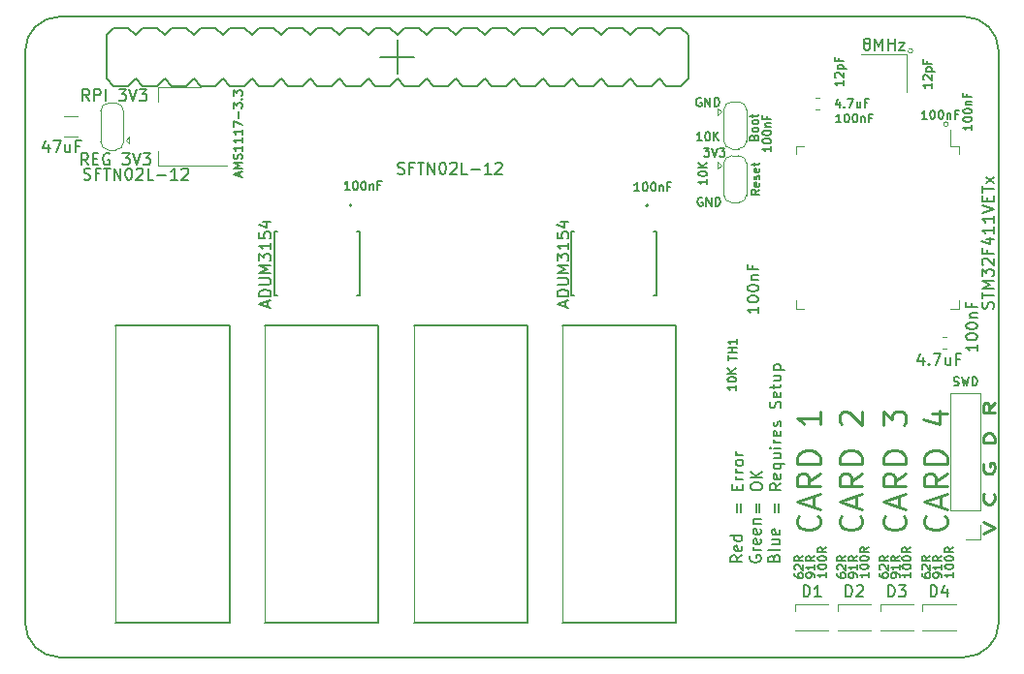
<source format=gbr>
G04 #@! TF.GenerationSoftware,KiCad,Pcbnew,(5.1.5)-3*
G04 #@! TF.CreationDate,2020-03-14T15:24:04+00:00*
G04 #@! TF.ProjectId,Hat,4861742e-6b69-4636-9164-5f7063625858,A*
G04 #@! TF.SameCoordinates,Original*
G04 #@! TF.FileFunction,Legend,Top*
G04 #@! TF.FilePolarity,Positive*
%FSLAX46Y46*%
G04 Gerber Fmt 4.6, Leading zero omitted, Abs format (unit mm)*
G04 Created by KiCad (PCBNEW (5.1.5)-3) date 2020-03-14 15:24:04*
%MOMM*%
%LPD*%
G04 APERTURE LIST*
%ADD10C,0.150000*%
%ADD11C,0.250000*%
%ADD12C,0.153000*%
%ADD13C,0.120000*%
%ADD14C,0.127000*%
%ADD15C,0.152400*%
%ADD16C,0.200000*%
G04 APERTURE END LIST*
D10*
X106495238Y-79952380D02*
X106161904Y-79476190D01*
X105923809Y-79952380D02*
X105923809Y-78952380D01*
X106304761Y-78952380D01*
X106400000Y-79000000D01*
X106447619Y-79047619D01*
X106495238Y-79142857D01*
X106495238Y-79285714D01*
X106447619Y-79380952D01*
X106400000Y-79428571D01*
X106304761Y-79476190D01*
X105923809Y-79476190D01*
X106923809Y-79428571D02*
X107257142Y-79428571D01*
X107400000Y-79952380D02*
X106923809Y-79952380D01*
X106923809Y-78952380D01*
X107400000Y-78952380D01*
X108352380Y-79000000D02*
X108257142Y-78952380D01*
X108114285Y-78952380D01*
X107971428Y-79000000D01*
X107876190Y-79095238D01*
X107828571Y-79190476D01*
X107780952Y-79380952D01*
X107780952Y-79523809D01*
X107828571Y-79714285D01*
X107876190Y-79809523D01*
X107971428Y-79904761D01*
X108114285Y-79952380D01*
X108209523Y-79952380D01*
X108352380Y-79904761D01*
X108400000Y-79857142D01*
X108400000Y-79523809D01*
X108209523Y-79523809D01*
X109495238Y-78952380D02*
X110114285Y-78952380D01*
X109780952Y-79333333D01*
X109923809Y-79333333D01*
X110019047Y-79380952D01*
X110066666Y-79428571D01*
X110114285Y-79523809D01*
X110114285Y-79761904D01*
X110066666Y-79857142D01*
X110019047Y-79904761D01*
X109923809Y-79952380D01*
X109638095Y-79952380D01*
X109542857Y-79904761D01*
X109495238Y-79857142D01*
X110400000Y-78952380D02*
X110733333Y-79952380D01*
X111066666Y-78952380D01*
X111304761Y-78952380D02*
X111923809Y-78952380D01*
X111590476Y-79333333D01*
X111733333Y-79333333D01*
X111828571Y-79380952D01*
X111876190Y-79428571D01*
X111923809Y-79523809D01*
X111923809Y-79761904D01*
X111876190Y-79857142D01*
X111828571Y-79904761D01*
X111733333Y-79952380D01*
X111447619Y-79952380D01*
X111352380Y-79904761D01*
X111304761Y-79857142D01*
X106609523Y-74352380D02*
X106276190Y-73876190D01*
X106038095Y-74352380D02*
X106038095Y-73352380D01*
X106419047Y-73352380D01*
X106514285Y-73400000D01*
X106561904Y-73447619D01*
X106609523Y-73542857D01*
X106609523Y-73685714D01*
X106561904Y-73780952D01*
X106514285Y-73828571D01*
X106419047Y-73876190D01*
X106038095Y-73876190D01*
X107038095Y-74352380D02*
X107038095Y-73352380D01*
X107419047Y-73352380D01*
X107514285Y-73400000D01*
X107561904Y-73447619D01*
X107609523Y-73542857D01*
X107609523Y-73685714D01*
X107561904Y-73780952D01*
X107514285Y-73828571D01*
X107419047Y-73876190D01*
X107038095Y-73876190D01*
X108038095Y-74352380D02*
X108038095Y-73352380D01*
X109180952Y-73352380D02*
X109800000Y-73352380D01*
X109466666Y-73733333D01*
X109609523Y-73733333D01*
X109704761Y-73780952D01*
X109752380Y-73828571D01*
X109800000Y-73923809D01*
X109800000Y-74161904D01*
X109752380Y-74257142D01*
X109704761Y-74304761D01*
X109609523Y-74352380D01*
X109323809Y-74352380D01*
X109228571Y-74304761D01*
X109180952Y-74257142D01*
X110085714Y-73352380D02*
X110419047Y-74352380D01*
X110752380Y-73352380D01*
X110990476Y-73352380D02*
X111609523Y-73352380D01*
X111276190Y-73733333D01*
X111419047Y-73733333D01*
X111514285Y-73780952D01*
X111561904Y-73828571D01*
X111609523Y-73923809D01*
X111609523Y-74161904D01*
X111561904Y-74257142D01*
X111514285Y-74304761D01*
X111419047Y-74352380D01*
X111133333Y-74352380D01*
X111038095Y-74304761D01*
X110990476Y-74257142D01*
X163178571Y-110364404D02*
X163178571Y-109602500D01*
X163464285Y-109602500D02*
X163464285Y-110364404D01*
X163178571Y-108364404D02*
X163178571Y-108031071D01*
X163702380Y-107888214D02*
X163702380Y-108364404D01*
X162702380Y-108364404D01*
X162702380Y-107888214D01*
X163702380Y-107459642D02*
X163035714Y-107459642D01*
X163226190Y-107459642D02*
X163130952Y-107412023D01*
X163083333Y-107364404D01*
X163035714Y-107269166D01*
X163035714Y-107173928D01*
X163702380Y-106840595D02*
X163035714Y-106840595D01*
X163226190Y-106840595D02*
X163130952Y-106792976D01*
X163083333Y-106745357D01*
X163035714Y-106650119D01*
X163035714Y-106554880D01*
X163702380Y-106078690D02*
X163654761Y-106173928D01*
X163607142Y-106221547D01*
X163511904Y-106269166D01*
X163226190Y-106269166D01*
X163130952Y-106221547D01*
X163083333Y-106173928D01*
X163035714Y-106078690D01*
X163035714Y-105935833D01*
X163083333Y-105840595D01*
X163130952Y-105792976D01*
X163226190Y-105745357D01*
X163511904Y-105745357D01*
X163607142Y-105792976D01*
X163654761Y-105840595D01*
X163702380Y-105935833D01*
X163702380Y-106078690D01*
X163702380Y-105316785D02*
X163035714Y-105316785D01*
X163226190Y-105316785D02*
X163130952Y-105269166D01*
X163083333Y-105221547D01*
X163035714Y-105126309D01*
X163035714Y-105031071D01*
X164828571Y-110364404D02*
X164828571Y-109602500D01*
X165114285Y-109602500D02*
X165114285Y-110364404D01*
X164352380Y-108173928D02*
X164352380Y-107983452D01*
X164400000Y-107888214D01*
X164495238Y-107792976D01*
X164685714Y-107745357D01*
X165019047Y-107745357D01*
X165209523Y-107792976D01*
X165304761Y-107888214D01*
X165352380Y-107983452D01*
X165352380Y-108173928D01*
X165304761Y-108269166D01*
X165209523Y-108364404D01*
X165019047Y-108412023D01*
X164685714Y-108412023D01*
X164495238Y-108364404D01*
X164400000Y-108269166D01*
X164352380Y-108173928D01*
X165352380Y-107316785D02*
X164352380Y-107316785D01*
X165352380Y-106745357D02*
X164780952Y-107173928D01*
X164352380Y-106745357D02*
X164923809Y-107316785D01*
X166478571Y-110364404D02*
X166478571Y-109602500D01*
X166764285Y-109602500D02*
X166764285Y-110364404D01*
X167002380Y-107792976D02*
X166526190Y-108126309D01*
X167002380Y-108364404D02*
X166002380Y-108364404D01*
X166002380Y-107983452D01*
X166050000Y-107888214D01*
X166097619Y-107840595D01*
X166192857Y-107792976D01*
X166335714Y-107792976D01*
X166430952Y-107840595D01*
X166478571Y-107888214D01*
X166526190Y-107983452D01*
X166526190Y-108364404D01*
X166954761Y-106983452D02*
X167002380Y-107078690D01*
X167002380Y-107269166D01*
X166954761Y-107364404D01*
X166859523Y-107412023D01*
X166478571Y-107412023D01*
X166383333Y-107364404D01*
X166335714Y-107269166D01*
X166335714Y-107078690D01*
X166383333Y-106983452D01*
X166478571Y-106935833D01*
X166573809Y-106935833D01*
X166669047Y-107412023D01*
X166335714Y-106078690D02*
X167335714Y-106078690D01*
X166954761Y-106078690D02*
X167002380Y-106173928D01*
X167002380Y-106364404D01*
X166954761Y-106459642D01*
X166907142Y-106507261D01*
X166811904Y-106554880D01*
X166526190Y-106554880D01*
X166430952Y-106507261D01*
X166383333Y-106459642D01*
X166335714Y-106364404D01*
X166335714Y-106173928D01*
X166383333Y-106078690D01*
X166335714Y-105173928D02*
X167002380Y-105173928D01*
X166335714Y-105602500D02*
X166859523Y-105602500D01*
X166954761Y-105554880D01*
X167002380Y-105459642D01*
X167002380Y-105316785D01*
X166954761Y-105221547D01*
X166907142Y-105173928D01*
X167002380Y-104697738D02*
X166335714Y-104697738D01*
X166002380Y-104697738D02*
X166050000Y-104745357D01*
X166097619Y-104697738D01*
X166050000Y-104650119D01*
X166002380Y-104697738D01*
X166097619Y-104697738D01*
X167002380Y-104221547D02*
X166335714Y-104221547D01*
X166526190Y-104221547D02*
X166430952Y-104173928D01*
X166383333Y-104126309D01*
X166335714Y-104031071D01*
X166335714Y-103935833D01*
X166954761Y-103221547D02*
X167002380Y-103316785D01*
X167002380Y-103507261D01*
X166954761Y-103602500D01*
X166859523Y-103650119D01*
X166478571Y-103650119D01*
X166383333Y-103602500D01*
X166335714Y-103507261D01*
X166335714Y-103316785D01*
X166383333Y-103221547D01*
X166478571Y-103173928D01*
X166573809Y-103173928D01*
X166669047Y-103650119D01*
X166954761Y-102792976D02*
X167002380Y-102697738D01*
X167002380Y-102507261D01*
X166954761Y-102412023D01*
X166859523Y-102364404D01*
X166811904Y-102364404D01*
X166716666Y-102412023D01*
X166669047Y-102507261D01*
X166669047Y-102650119D01*
X166621428Y-102745357D01*
X166526190Y-102792976D01*
X166478571Y-102792976D01*
X166383333Y-102745357D01*
X166335714Y-102650119D01*
X166335714Y-102507261D01*
X166383333Y-102412023D01*
X166954761Y-101221547D02*
X167002380Y-101078690D01*
X167002380Y-100840595D01*
X166954761Y-100745357D01*
X166907142Y-100697738D01*
X166811904Y-100650119D01*
X166716666Y-100650119D01*
X166621428Y-100697738D01*
X166573809Y-100745357D01*
X166526190Y-100840595D01*
X166478571Y-101031071D01*
X166430952Y-101126309D01*
X166383333Y-101173928D01*
X166288095Y-101221547D01*
X166192857Y-101221547D01*
X166097619Y-101173928D01*
X166050000Y-101126309D01*
X166002380Y-101031071D01*
X166002380Y-100792976D01*
X166050000Y-100650119D01*
X166954761Y-99840595D02*
X167002380Y-99935833D01*
X167002380Y-100126309D01*
X166954761Y-100221547D01*
X166859523Y-100269166D01*
X166478571Y-100269166D01*
X166383333Y-100221547D01*
X166335714Y-100126309D01*
X166335714Y-99935833D01*
X166383333Y-99840595D01*
X166478571Y-99792976D01*
X166573809Y-99792976D01*
X166669047Y-100269166D01*
X166335714Y-99507261D02*
X166335714Y-99126309D01*
X166002380Y-99364404D02*
X166859523Y-99364404D01*
X166954761Y-99316785D01*
X167002380Y-99221547D01*
X167002380Y-99126309D01*
X166335714Y-98364404D02*
X167002380Y-98364404D01*
X166335714Y-98792976D02*
X166859523Y-98792976D01*
X166954761Y-98745357D01*
X167002380Y-98650119D01*
X167002380Y-98507261D01*
X166954761Y-98412023D01*
X166907142Y-98364404D01*
X166335714Y-97888214D02*
X167335714Y-97888214D01*
X166383333Y-97888214D02*
X166335714Y-97792976D01*
X166335714Y-97602500D01*
X166383333Y-97507261D01*
X166430952Y-97459642D01*
X166526190Y-97412023D01*
X166811904Y-97412023D01*
X166907142Y-97459642D01*
X166954761Y-97507261D01*
X167002380Y-97602500D01*
X167002380Y-97792976D01*
X166954761Y-97888214D01*
D11*
X184652380Y-112185714D02*
X185652380Y-111685714D01*
X184652380Y-111185714D01*
X185557142Y-108685714D02*
X185604761Y-108757142D01*
X185652380Y-108971428D01*
X185652380Y-109114285D01*
X185604761Y-109328571D01*
X185509523Y-109471428D01*
X185414285Y-109542857D01*
X185223809Y-109614285D01*
X185080952Y-109614285D01*
X184890476Y-109542857D01*
X184795238Y-109471428D01*
X184700000Y-109328571D01*
X184652380Y-109114285D01*
X184652380Y-108971428D01*
X184700000Y-108757142D01*
X184747619Y-108685714D01*
X184700000Y-106114285D02*
X184652380Y-106257142D01*
X184652380Y-106471428D01*
X184700000Y-106685714D01*
X184795238Y-106828571D01*
X184890476Y-106900000D01*
X185080952Y-106971428D01*
X185223809Y-106971428D01*
X185414285Y-106900000D01*
X185509523Y-106828571D01*
X185604761Y-106685714D01*
X185652380Y-106471428D01*
X185652380Y-106328571D01*
X185604761Y-106114285D01*
X185557142Y-106042857D01*
X185223809Y-106042857D01*
X185223809Y-106328571D01*
X185652380Y-104257142D02*
X184652380Y-104257142D01*
X184652380Y-103900000D01*
X184700000Y-103685714D01*
X184795238Y-103542857D01*
X184890476Y-103471428D01*
X185080952Y-103400000D01*
X185223809Y-103400000D01*
X185414285Y-103471428D01*
X185509523Y-103542857D01*
X185604761Y-103685714D01*
X185652380Y-103900000D01*
X185652380Y-104257142D01*
X185652380Y-100757142D02*
X185176190Y-101257142D01*
X185652380Y-101614285D02*
X184652380Y-101614285D01*
X184652380Y-101042857D01*
X184700000Y-100900000D01*
X184747619Y-100828571D01*
X184842857Y-100757142D01*
X184985714Y-100757142D01*
X185080952Y-100828571D01*
X185128571Y-100900000D01*
X185176190Y-101042857D01*
X185176190Y-101614285D01*
D12*
X160028571Y-74125000D02*
X159957142Y-74089285D01*
X159850000Y-74089285D01*
X159742857Y-74125000D01*
X159671428Y-74196428D01*
X159635714Y-74267857D01*
X159600000Y-74410714D01*
X159600000Y-74517857D01*
X159635714Y-74660714D01*
X159671428Y-74732142D01*
X159742857Y-74803571D01*
X159850000Y-74839285D01*
X159921428Y-74839285D01*
X160028571Y-74803571D01*
X160064285Y-74767857D01*
X160064285Y-74517857D01*
X159921428Y-74517857D01*
X160385714Y-74839285D02*
X160385714Y-74089285D01*
X160814285Y-74839285D01*
X160814285Y-74089285D01*
X161171428Y-74839285D02*
X161171428Y-74089285D01*
X161350000Y-74089285D01*
X161457142Y-74125000D01*
X161528571Y-74196428D01*
X161564285Y-74267857D01*
X161600000Y-74410714D01*
X161600000Y-74517857D01*
X161564285Y-74660714D01*
X161528571Y-74732142D01*
X161457142Y-74803571D01*
X161350000Y-74839285D01*
X161171428Y-74839285D01*
X160128571Y-82825000D02*
X160057142Y-82789285D01*
X159950000Y-82789285D01*
X159842857Y-82825000D01*
X159771428Y-82896428D01*
X159735714Y-82967857D01*
X159700000Y-83110714D01*
X159700000Y-83217857D01*
X159735714Y-83360714D01*
X159771428Y-83432142D01*
X159842857Y-83503571D01*
X159950000Y-83539285D01*
X160021428Y-83539285D01*
X160128571Y-83503571D01*
X160164285Y-83467857D01*
X160164285Y-83217857D01*
X160021428Y-83217857D01*
X160485714Y-83539285D02*
X160485714Y-82789285D01*
X160914285Y-83539285D01*
X160914285Y-82789285D01*
X161271428Y-83539285D02*
X161271428Y-82789285D01*
X161450000Y-82789285D01*
X161557142Y-82825000D01*
X161628571Y-82896428D01*
X161664285Y-82967857D01*
X161700000Y-83110714D01*
X161700000Y-83217857D01*
X161664285Y-83360714D01*
X161628571Y-83432142D01*
X161557142Y-83503571D01*
X161450000Y-83539285D01*
X161271428Y-83539285D01*
X160271428Y-78489285D02*
X160735714Y-78489285D01*
X160485714Y-78775000D01*
X160592857Y-78775000D01*
X160664285Y-78810714D01*
X160700000Y-78846428D01*
X160735714Y-78917857D01*
X160735714Y-79096428D01*
X160700000Y-79167857D01*
X160664285Y-79203571D01*
X160592857Y-79239285D01*
X160378571Y-79239285D01*
X160307142Y-79203571D01*
X160271428Y-79167857D01*
X160950000Y-78489285D02*
X161200000Y-79239285D01*
X161450000Y-78489285D01*
X161628571Y-78489285D02*
X162092857Y-78489285D01*
X161842857Y-78775000D01*
X161950000Y-78775000D01*
X162021428Y-78810714D01*
X162057142Y-78846428D01*
X162092857Y-78917857D01*
X162092857Y-79096428D01*
X162057142Y-79167857D01*
X162021428Y-79203571D01*
X161950000Y-79239285D01*
X161735714Y-79239285D01*
X161664285Y-79203571D01*
X161628571Y-79167857D01*
D13*
X181600000Y-76400000D02*
G75*
G03X181600000Y-76400000I-200000J0D01*
G01*
X178500000Y-70000000D02*
G75*
G03X178500000Y-70000000I-200000J0D01*
G01*
D10*
X163602380Y-114092976D02*
X163126190Y-114426309D01*
X163602380Y-114664404D02*
X162602380Y-114664404D01*
X162602380Y-114283452D01*
X162650000Y-114188214D01*
X162697619Y-114140595D01*
X162792857Y-114092976D01*
X162935714Y-114092976D01*
X163030952Y-114140595D01*
X163078571Y-114188214D01*
X163126190Y-114283452D01*
X163126190Y-114664404D01*
X163554761Y-113283452D02*
X163602380Y-113378690D01*
X163602380Y-113569166D01*
X163554761Y-113664404D01*
X163459523Y-113712023D01*
X163078571Y-113712023D01*
X162983333Y-113664404D01*
X162935714Y-113569166D01*
X162935714Y-113378690D01*
X162983333Y-113283452D01*
X163078571Y-113235833D01*
X163173809Y-113235833D01*
X163269047Y-113712023D01*
X163602380Y-112378690D02*
X162602380Y-112378690D01*
X163554761Y-112378690D02*
X163602380Y-112473928D01*
X163602380Y-112664404D01*
X163554761Y-112759642D01*
X163507142Y-112807261D01*
X163411904Y-112854880D01*
X163126190Y-112854880D01*
X163030952Y-112807261D01*
X162983333Y-112759642D01*
X162935714Y-112664404D01*
X162935714Y-112473928D01*
X162983333Y-112378690D01*
X164300000Y-114140595D02*
X164252380Y-114235833D01*
X164252380Y-114378690D01*
X164300000Y-114521547D01*
X164395238Y-114616785D01*
X164490476Y-114664404D01*
X164680952Y-114712023D01*
X164823809Y-114712023D01*
X165014285Y-114664404D01*
X165109523Y-114616785D01*
X165204761Y-114521547D01*
X165252380Y-114378690D01*
X165252380Y-114283452D01*
X165204761Y-114140595D01*
X165157142Y-114092976D01*
X164823809Y-114092976D01*
X164823809Y-114283452D01*
X165252380Y-113664404D02*
X164585714Y-113664404D01*
X164776190Y-113664404D02*
X164680952Y-113616785D01*
X164633333Y-113569166D01*
X164585714Y-113473928D01*
X164585714Y-113378690D01*
X165204761Y-112664404D02*
X165252380Y-112759642D01*
X165252380Y-112950119D01*
X165204761Y-113045357D01*
X165109523Y-113092976D01*
X164728571Y-113092976D01*
X164633333Y-113045357D01*
X164585714Y-112950119D01*
X164585714Y-112759642D01*
X164633333Y-112664404D01*
X164728571Y-112616785D01*
X164823809Y-112616785D01*
X164919047Y-113092976D01*
X165204761Y-111807261D02*
X165252380Y-111902500D01*
X165252380Y-112092976D01*
X165204761Y-112188214D01*
X165109523Y-112235833D01*
X164728571Y-112235833D01*
X164633333Y-112188214D01*
X164585714Y-112092976D01*
X164585714Y-111902500D01*
X164633333Y-111807261D01*
X164728571Y-111759642D01*
X164823809Y-111759642D01*
X164919047Y-112235833D01*
X164585714Y-111331071D02*
X165252380Y-111331071D01*
X164680952Y-111331071D02*
X164633333Y-111283452D01*
X164585714Y-111188214D01*
X164585714Y-111045357D01*
X164633333Y-110950119D01*
X164728571Y-110902500D01*
X165252380Y-110902500D01*
X166378571Y-114331071D02*
X166426190Y-114188214D01*
X166473809Y-114140595D01*
X166569047Y-114092976D01*
X166711904Y-114092976D01*
X166807142Y-114140595D01*
X166854761Y-114188214D01*
X166902380Y-114283452D01*
X166902380Y-114664404D01*
X165902380Y-114664404D01*
X165902380Y-114331071D01*
X165950000Y-114235833D01*
X165997619Y-114188214D01*
X166092857Y-114140595D01*
X166188095Y-114140595D01*
X166283333Y-114188214D01*
X166330952Y-114235833D01*
X166378571Y-114331071D01*
X166378571Y-114664404D01*
X166902380Y-113521547D02*
X166854761Y-113616785D01*
X166759523Y-113664404D01*
X165902380Y-113664404D01*
X166235714Y-112712023D02*
X166902380Y-112712023D01*
X166235714Y-113140595D02*
X166759523Y-113140595D01*
X166854761Y-113092976D01*
X166902380Y-112997738D01*
X166902380Y-112854880D01*
X166854761Y-112759642D01*
X166807142Y-112712023D01*
X166854761Y-111854880D02*
X166902380Y-111950119D01*
X166902380Y-112140595D01*
X166854761Y-112235833D01*
X166759523Y-112283452D01*
X166378571Y-112283452D01*
X166283333Y-112235833D01*
X166235714Y-112140595D01*
X166235714Y-111950119D01*
X166283333Y-111854880D01*
X166378571Y-111807261D01*
X166473809Y-111807261D01*
X166569047Y-112283452D01*
D11*
X181314285Y-110652380D02*
X181409523Y-110747619D01*
X181504761Y-111033333D01*
X181504761Y-111223809D01*
X181409523Y-111509523D01*
X181219047Y-111700000D01*
X181028571Y-111795238D01*
X180647619Y-111890476D01*
X180361904Y-111890476D01*
X179980952Y-111795238D01*
X179790476Y-111700000D01*
X179600000Y-111509523D01*
X179504761Y-111223809D01*
X179504761Y-111033333D01*
X179600000Y-110747619D01*
X179695238Y-110652380D01*
X180933333Y-109890476D02*
X180933333Y-108938095D01*
X181504761Y-110080952D02*
X179504761Y-109414285D01*
X181504761Y-108747619D01*
X181504761Y-106938095D02*
X180552380Y-107604761D01*
X181504761Y-108080952D02*
X179504761Y-108080952D01*
X179504761Y-107319047D01*
X179600000Y-107128571D01*
X179695238Y-107033333D01*
X179885714Y-106938095D01*
X180171428Y-106938095D01*
X180361904Y-107033333D01*
X180457142Y-107128571D01*
X180552380Y-107319047D01*
X180552380Y-108080952D01*
X181504761Y-106080952D02*
X179504761Y-106080952D01*
X179504761Y-105604761D01*
X179600000Y-105319047D01*
X179790476Y-105128571D01*
X179980952Y-105033333D01*
X180361904Y-104938095D01*
X180647619Y-104938095D01*
X181028571Y-105033333D01*
X181219047Y-105128571D01*
X181409523Y-105319047D01*
X181504761Y-105604761D01*
X181504761Y-106080952D01*
X180171428Y-101700000D02*
X181504761Y-101700000D01*
X179409523Y-102176190D02*
X180838095Y-102652380D01*
X180838095Y-101414285D01*
X177714285Y-110652380D02*
X177809523Y-110747619D01*
X177904761Y-111033333D01*
X177904761Y-111223809D01*
X177809523Y-111509523D01*
X177619047Y-111700000D01*
X177428571Y-111795238D01*
X177047619Y-111890476D01*
X176761904Y-111890476D01*
X176380952Y-111795238D01*
X176190476Y-111700000D01*
X176000000Y-111509523D01*
X175904761Y-111223809D01*
X175904761Y-111033333D01*
X176000000Y-110747619D01*
X176095238Y-110652380D01*
X177333333Y-109890476D02*
X177333333Y-108938095D01*
X177904761Y-110080952D02*
X175904761Y-109414285D01*
X177904761Y-108747619D01*
X177904761Y-106938095D02*
X176952380Y-107604761D01*
X177904761Y-108080952D02*
X175904761Y-108080952D01*
X175904761Y-107319047D01*
X176000000Y-107128571D01*
X176095238Y-107033333D01*
X176285714Y-106938095D01*
X176571428Y-106938095D01*
X176761904Y-107033333D01*
X176857142Y-107128571D01*
X176952380Y-107319047D01*
X176952380Y-108080952D01*
X177904761Y-106080952D02*
X175904761Y-106080952D01*
X175904761Y-105604761D01*
X176000000Y-105319047D01*
X176190476Y-105128571D01*
X176380952Y-105033333D01*
X176761904Y-104938095D01*
X177047619Y-104938095D01*
X177428571Y-105033333D01*
X177619047Y-105128571D01*
X177809523Y-105319047D01*
X177904761Y-105604761D01*
X177904761Y-106080952D01*
X175904761Y-102747619D02*
X175904761Y-101509523D01*
X176666666Y-102176190D01*
X176666666Y-101890476D01*
X176761904Y-101700000D01*
X176857142Y-101604761D01*
X177047619Y-101509523D01*
X177523809Y-101509523D01*
X177714285Y-101604761D01*
X177809523Y-101700000D01*
X177904761Y-101890476D01*
X177904761Y-102461904D01*
X177809523Y-102652380D01*
X177714285Y-102747619D01*
X173914285Y-110652380D02*
X174009523Y-110747619D01*
X174104761Y-111033333D01*
X174104761Y-111223809D01*
X174009523Y-111509523D01*
X173819047Y-111700000D01*
X173628571Y-111795238D01*
X173247619Y-111890476D01*
X172961904Y-111890476D01*
X172580952Y-111795238D01*
X172390476Y-111700000D01*
X172200000Y-111509523D01*
X172104761Y-111223809D01*
X172104761Y-111033333D01*
X172200000Y-110747619D01*
X172295238Y-110652380D01*
X173533333Y-109890476D02*
X173533333Y-108938095D01*
X174104761Y-110080952D02*
X172104761Y-109414285D01*
X174104761Y-108747619D01*
X174104761Y-106938095D02*
X173152380Y-107604761D01*
X174104761Y-108080952D02*
X172104761Y-108080952D01*
X172104761Y-107319047D01*
X172200000Y-107128571D01*
X172295238Y-107033333D01*
X172485714Y-106938095D01*
X172771428Y-106938095D01*
X172961904Y-107033333D01*
X173057142Y-107128571D01*
X173152380Y-107319047D01*
X173152380Y-108080952D01*
X174104761Y-106080952D02*
X172104761Y-106080952D01*
X172104761Y-105604761D01*
X172200000Y-105319047D01*
X172390476Y-105128571D01*
X172580952Y-105033333D01*
X172961904Y-104938095D01*
X173247619Y-104938095D01*
X173628571Y-105033333D01*
X173819047Y-105128571D01*
X174009523Y-105319047D01*
X174104761Y-105604761D01*
X174104761Y-106080952D01*
X172295238Y-102652380D02*
X172200000Y-102557142D01*
X172104761Y-102366666D01*
X172104761Y-101890476D01*
X172200000Y-101700000D01*
X172295238Y-101604761D01*
X172485714Y-101509523D01*
X172676190Y-101509523D01*
X172961904Y-101604761D01*
X174104761Y-102747619D01*
X174104761Y-101509523D01*
X170214285Y-110652380D02*
X170309523Y-110747619D01*
X170404761Y-111033333D01*
X170404761Y-111223809D01*
X170309523Y-111509523D01*
X170119047Y-111700000D01*
X169928571Y-111795238D01*
X169547619Y-111890476D01*
X169261904Y-111890476D01*
X168880952Y-111795238D01*
X168690476Y-111700000D01*
X168500000Y-111509523D01*
X168404761Y-111223809D01*
X168404761Y-111033333D01*
X168500000Y-110747619D01*
X168595238Y-110652380D01*
X169833333Y-109890476D02*
X169833333Y-108938095D01*
X170404761Y-110080952D02*
X168404761Y-109414285D01*
X170404761Y-108747619D01*
X170404761Y-106938095D02*
X169452380Y-107604761D01*
X170404761Y-108080952D02*
X168404761Y-108080952D01*
X168404761Y-107319047D01*
X168500000Y-107128571D01*
X168595238Y-107033333D01*
X168785714Y-106938095D01*
X169071428Y-106938095D01*
X169261904Y-107033333D01*
X169357142Y-107128571D01*
X169452380Y-107319047D01*
X169452380Y-108080952D01*
X170404761Y-106080952D02*
X168404761Y-106080952D01*
X168404761Y-105604761D01*
X168500000Y-105319047D01*
X168690476Y-105128571D01*
X168880952Y-105033333D01*
X169261904Y-104938095D01*
X169547619Y-104938095D01*
X169928571Y-105033333D01*
X170119047Y-105128571D01*
X170309523Y-105319047D01*
X170404761Y-105604761D01*
X170404761Y-106080952D01*
X170404761Y-101509523D02*
X170404761Y-102652380D01*
X170404761Y-102080952D02*
X168404761Y-102080952D01*
X168690476Y-102271428D01*
X168880952Y-102461904D01*
X168976190Y-102652380D01*
D13*
X134920000Y-94000000D02*
X134920000Y-120000000D01*
D14*
X134920000Y-94000000D02*
X144860000Y-94000000D01*
X144860000Y-94000000D02*
X144860000Y-120000000D01*
X144860000Y-120000000D02*
X134920000Y-120000000D01*
D13*
X108920000Y-94000000D02*
X108920000Y-120000000D01*
D14*
X108920000Y-94000000D02*
X118860000Y-94000000D01*
X118860000Y-94000000D02*
X118860000Y-120000000D01*
X118860000Y-120000000D02*
X108920000Y-120000000D01*
D13*
X121920000Y-94000000D02*
X121920000Y-120000000D01*
D14*
X121920000Y-94000000D02*
X131860000Y-94000000D01*
X131860000Y-94000000D02*
X131860000Y-120000000D01*
X131860000Y-120000000D02*
X121920000Y-120000000D01*
D13*
X147920000Y-93960000D02*
X147920000Y-119960000D01*
D14*
X147920000Y-93960000D02*
X157860000Y-93960000D01*
X157860000Y-93960000D02*
X157860000Y-119960000D01*
X157860000Y-119960000D02*
X147920000Y-119960000D01*
X101000000Y-70000000D02*
X101000000Y-120000000D01*
X101000000Y-120000000D02*
G75*
G03X104000000Y-123000000I3000000J0D01*
G01*
X104000000Y-123000000D02*
X183000000Y-123000000D01*
X183000000Y-123000000D02*
G75*
G03X186000000Y-120000000I0J3000000D01*
G01*
X186000000Y-120000000D02*
X186000000Y-70000000D01*
X186000000Y-70000000D02*
G75*
G03X183000000Y-67000000I-3000000J0D01*
G01*
X183000000Y-67000000D02*
X104000000Y-67000000D01*
X104000000Y-67000000D02*
G75*
G03X101000000Y-70000000I0J-3000000D01*
G01*
X133500000Y-69000000D02*
X133500000Y-72000000D01*
X132000000Y-70500000D02*
X135000000Y-70500000D01*
D15*
X108735000Y-67960000D02*
X110005000Y-67960000D01*
X110005000Y-67960000D02*
X110640000Y-68595000D01*
X110640000Y-68595000D02*
X111275000Y-67960000D01*
X111275000Y-67960000D02*
X112545000Y-67960000D01*
X112545000Y-67960000D02*
X113180000Y-68595000D01*
X108735000Y-67960000D02*
X108100000Y-68595000D01*
X113180000Y-68595000D02*
X113815000Y-67960000D01*
X113815000Y-67960000D02*
X115085000Y-67960000D01*
X115085000Y-67960000D02*
X115720000Y-68595000D01*
X116355000Y-67960000D02*
X117625000Y-67960000D01*
X117625000Y-67960000D02*
X118260000Y-68595000D01*
X118260000Y-68595000D02*
X118895000Y-67960000D01*
X118895000Y-67960000D02*
X120165000Y-67960000D01*
X120165000Y-67960000D02*
X120800000Y-68595000D01*
X116355000Y-67960000D02*
X115720000Y-68595000D01*
X120800000Y-68595000D02*
X121435000Y-67960000D01*
X121435000Y-67960000D02*
X122705000Y-67960000D01*
X122705000Y-67960000D02*
X123340000Y-68595000D01*
X110640000Y-72405000D02*
X110005000Y-73040000D01*
X113180000Y-72405000D02*
X112545000Y-73040000D01*
X112545000Y-73040000D02*
X111275000Y-73040000D01*
X111275000Y-73040000D02*
X110640000Y-72405000D01*
X108100000Y-68595000D02*
X108100000Y-72405000D01*
X108100000Y-72405000D02*
X108735000Y-73040000D01*
X110005000Y-73040000D02*
X108735000Y-73040000D01*
X115720000Y-72405000D02*
X115085000Y-73040000D01*
X115085000Y-73040000D02*
X113815000Y-73040000D01*
X113815000Y-73040000D02*
X113180000Y-72405000D01*
X118260000Y-72405000D02*
X117625000Y-73040000D01*
X120800000Y-72405000D02*
X120165000Y-73040000D01*
X120165000Y-73040000D02*
X118895000Y-73040000D01*
X118895000Y-73040000D02*
X118260000Y-72405000D01*
X115720000Y-72405000D02*
X116355000Y-73040000D01*
X117625000Y-73040000D02*
X116355000Y-73040000D01*
X123340000Y-72405000D02*
X122705000Y-73040000D01*
X122705000Y-73040000D02*
X121435000Y-73040000D01*
X121435000Y-73040000D02*
X120800000Y-72405000D01*
X125245000Y-67960000D02*
X125880000Y-68595000D01*
X123975000Y-67960000D02*
X125245000Y-67960000D01*
X123340000Y-68595000D02*
X123975000Y-67960000D01*
X123975000Y-73040000D02*
X123340000Y-72405000D01*
X125245000Y-73040000D02*
X123975000Y-73040000D01*
X125880000Y-72405000D02*
X125245000Y-73040000D01*
X126515000Y-67960000D02*
X127785000Y-67960000D01*
X127785000Y-67960000D02*
X128420000Y-68595000D01*
X128420000Y-68595000D02*
X129055000Y-67960000D01*
X129055000Y-67960000D02*
X130325000Y-67960000D01*
X130325000Y-67960000D02*
X130960000Y-68595000D01*
X126515000Y-67960000D02*
X125880000Y-68595000D01*
X130960000Y-68595000D02*
X131595000Y-67960000D01*
X131595000Y-67960000D02*
X132865000Y-67960000D01*
X132865000Y-67960000D02*
X133500000Y-68595000D01*
X134135000Y-67960000D02*
X135405000Y-67960000D01*
X135405000Y-67960000D02*
X136040000Y-68595000D01*
X136040000Y-68595000D02*
X136675000Y-67960000D01*
X136675000Y-67960000D02*
X137945000Y-67960000D01*
X137945000Y-67960000D02*
X138580000Y-68595000D01*
X134135000Y-67960000D02*
X133500000Y-68595000D01*
X138580000Y-68595000D02*
X139215000Y-67960000D01*
X139215000Y-67960000D02*
X140485000Y-67960000D01*
X140485000Y-67960000D02*
X141120000Y-68595000D01*
X128420000Y-72405000D02*
X127785000Y-73040000D01*
X130960000Y-72405000D02*
X130325000Y-73040000D01*
X130325000Y-73040000D02*
X129055000Y-73040000D01*
X129055000Y-73040000D02*
X128420000Y-72405000D01*
X125880000Y-72405000D02*
X126515000Y-73040000D01*
X127785000Y-73040000D02*
X126515000Y-73040000D01*
X133500000Y-72405000D02*
X132865000Y-73040000D01*
X132865000Y-73040000D02*
X131595000Y-73040000D01*
X131595000Y-73040000D02*
X130960000Y-72405000D01*
X136040000Y-72405000D02*
X135405000Y-73040000D01*
X138580000Y-72405000D02*
X137945000Y-73040000D01*
X137945000Y-73040000D02*
X136675000Y-73040000D01*
X136675000Y-73040000D02*
X136040000Y-72405000D01*
X133500000Y-72405000D02*
X134135000Y-73040000D01*
X135405000Y-73040000D02*
X134135000Y-73040000D01*
X141120000Y-72405000D02*
X140485000Y-73040000D01*
X140485000Y-73040000D02*
X139215000Y-73040000D01*
X139215000Y-73040000D02*
X138580000Y-72405000D01*
X143025000Y-67960000D02*
X143660000Y-68595000D01*
X141755000Y-67960000D02*
X143025000Y-67960000D01*
X141120000Y-68595000D02*
X141755000Y-67960000D01*
X141755000Y-73040000D02*
X141120000Y-72405000D01*
X143025000Y-73040000D02*
X141755000Y-73040000D01*
X143660000Y-72405000D02*
X143025000Y-73040000D01*
X144295000Y-67960000D02*
X145565000Y-67960000D01*
X145565000Y-67960000D02*
X146200000Y-68595000D01*
X146200000Y-68595000D02*
X146835000Y-67960000D01*
X146835000Y-67960000D02*
X148105000Y-67960000D01*
X148105000Y-67960000D02*
X148740000Y-68595000D01*
X144295000Y-67960000D02*
X143660000Y-68595000D01*
X148740000Y-68595000D02*
X149375000Y-67960000D01*
X149375000Y-67960000D02*
X150645000Y-67960000D01*
X150645000Y-67960000D02*
X151280000Y-68595000D01*
X151915000Y-67960000D02*
X153185000Y-67960000D01*
X153185000Y-67960000D02*
X153820000Y-68595000D01*
X153820000Y-68595000D02*
X154455000Y-67960000D01*
X154455000Y-67960000D02*
X155725000Y-67960000D01*
X155725000Y-67960000D02*
X156360000Y-68595000D01*
X151915000Y-67960000D02*
X151280000Y-68595000D01*
X156360000Y-68595000D02*
X156995000Y-67960000D01*
X156995000Y-67960000D02*
X158265000Y-67960000D01*
X146200000Y-72405000D02*
X145565000Y-73040000D01*
X148740000Y-72405000D02*
X148105000Y-73040000D01*
X148105000Y-73040000D02*
X146835000Y-73040000D01*
X146835000Y-73040000D02*
X146200000Y-72405000D01*
X143660000Y-72405000D02*
X144295000Y-73040000D01*
X145565000Y-73040000D02*
X144295000Y-73040000D01*
X151280000Y-72405000D02*
X150645000Y-73040000D01*
X150645000Y-73040000D02*
X149375000Y-73040000D01*
X149375000Y-73040000D02*
X148740000Y-72405000D01*
X153820000Y-72405000D02*
X153185000Y-73040000D01*
X156360000Y-72405000D02*
X155725000Y-73040000D01*
X155725000Y-73040000D02*
X154455000Y-73040000D01*
X154455000Y-73040000D02*
X153820000Y-72405000D01*
X151280000Y-72405000D02*
X151915000Y-73040000D01*
X153185000Y-73040000D02*
X151915000Y-73040000D01*
X158265000Y-73040000D02*
X156995000Y-73040000D01*
X156995000Y-73040000D02*
X156360000Y-72405000D01*
X158900000Y-68595000D02*
X158900000Y-72405000D01*
X158265000Y-67960000D02*
X158900000Y-68595000D01*
X158900000Y-72405000D02*
X158265000Y-73040000D01*
D14*
X129970000Y-85800000D02*
X130250000Y-85800000D01*
X130250000Y-85800000D02*
X130250000Y-91400000D01*
X130250000Y-91400000D02*
X129970000Y-91400000D01*
X123030000Y-91400000D02*
X122750000Y-91400000D01*
X122750000Y-91400000D02*
X122750000Y-85800000D01*
X122750000Y-85800000D02*
X123030000Y-85800000D01*
D16*
X129500000Y-83500000D02*
G75*
G03X129500000Y-83500000I-100000J0D01*
G01*
X155400000Y-83500000D02*
G75*
G03X155400000Y-83500000I-100000J0D01*
G01*
D14*
X148650000Y-85800000D02*
X148930000Y-85800000D01*
X148650000Y-91400000D02*
X148650000Y-85800000D01*
X148930000Y-91400000D02*
X148650000Y-91400000D01*
X156150000Y-91400000D02*
X155870000Y-91400000D01*
X156150000Y-85800000D02*
X156150000Y-91400000D01*
X155870000Y-85800000D02*
X156150000Y-85800000D01*
D13*
X168290000Y-91810000D02*
X168290000Y-92510000D01*
X168290000Y-92510000D02*
X168990000Y-92510000D01*
X168290000Y-78990000D02*
X168290000Y-78290000D01*
X168290000Y-78290000D02*
X168990000Y-78290000D01*
X182510000Y-91810000D02*
X182510000Y-92510000D01*
X182510000Y-92510000D02*
X181810000Y-92510000D01*
X182510000Y-78990000D02*
X182510000Y-78290000D01*
X182510000Y-78290000D02*
X181810000Y-78290000D01*
X181810000Y-78290000D02*
X181810000Y-76925000D01*
X181137221Y-96010000D02*
X181462779Y-96010000D01*
X181137221Y-94990000D02*
X181462779Y-94990000D01*
X170362779Y-75110000D02*
X170037221Y-75110000D01*
X170362779Y-74090000D02*
X170037221Y-74090000D01*
X168250000Y-118950000D02*
X168250000Y-118350000D01*
X168250000Y-118350000D02*
X171150000Y-118350000D01*
X168250000Y-120650000D02*
X171150000Y-120650000D01*
X171950000Y-118950000D02*
X171950000Y-118350000D01*
X171950000Y-118350000D02*
X174850000Y-118350000D01*
X171950000Y-120650000D02*
X174850000Y-120650000D01*
X175650000Y-120650000D02*
X178550000Y-120650000D01*
X175650000Y-118350000D02*
X178550000Y-118350000D01*
X175650000Y-118950000D02*
X175650000Y-118350000D01*
X179350000Y-120650000D02*
X182250000Y-120650000D01*
X179350000Y-118350000D02*
X182250000Y-118350000D01*
X179350000Y-118950000D02*
X179350000Y-118350000D01*
X161800000Y-80000000D02*
X161500000Y-80300000D01*
X161500000Y-79700000D02*
X161500000Y-80300000D01*
X161800000Y-80000000D02*
X161500000Y-79700000D01*
X162700000Y-79150000D02*
X163300000Y-79150000D01*
X162000000Y-82600000D02*
X162000000Y-79800000D01*
X163300000Y-83250000D02*
X162700000Y-83250000D01*
X164000000Y-79800000D02*
X164000000Y-82600000D01*
X164000000Y-82550000D02*
G75*
G02X163300000Y-83250000I-700000J0D01*
G01*
X162700000Y-83250000D02*
G75*
G02X162000000Y-82550000I0J700000D01*
G01*
X162000000Y-79850000D02*
G75*
G02X162700000Y-79150000I700000J0D01*
G01*
X163300000Y-79150000D02*
G75*
G02X164000000Y-79850000I0J-700000D01*
G01*
X163300000Y-74450000D02*
G75*
G02X164000000Y-75150000I0J-700000D01*
G01*
X162000000Y-75150000D02*
G75*
G02X162700000Y-74450000I700000J0D01*
G01*
X162700000Y-78550000D02*
G75*
G02X162000000Y-77850000I0J700000D01*
G01*
X164000000Y-77850000D02*
G75*
G02X163300000Y-78550000I-700000J0D01*
G01*
X164000000Y-75100000D02*
X164000000Y-77900000D01*
X163300000Y-78550000D02*
X162700000Y-78550000D01*
X162000000Y-77900000D02*
X162000000Y-75100000D01*
X162700000Y-74450000D02*
X163300000Y-74450000D01*
X161800000Y-75300000D02*
X161500000Y-75000000D01*
X161500000Y-75000000D02*
X161500000Y-75600000D01*
X161800000Y-75300000D02*
X161500000Y-75600000D01*
X178000000Y-73550000D02*
X178000000Y-70250000D01*
X178000000Y-70250000D02*
X174000000Y-70250000D01*
X184430000Y-99910000D02*
X181770000Y-99910000D01*
X184430000Y-110130000D02*
X184430000Y-99910000D01*
X181770000Y-110130000D02*
X181770000Y-99910000D01*
X184430000Y-110130000D02*
X181770000Y-110130000D01*
X184430000Y-111400000D02*
X184430000Y-112730000D01*
X184430000Y-112730000D02*
X183100000Y-112730000D01*
X109800000Y-77800000D02*
X110100000Y-77500000D01*
X110100000Y-78100000D02*
X110100000Y-77500000D01*
X109800000Y-77800000D02*
X110100000Y-78100000D01*
X108900000Y-78650000D02*
X108300000Y-78650000D01*
X109600000Y-75200000D02*
X109600000Y-78000000D01*
X108300000Y-74550000D02*
X108900000Y-74550000D01*
X107600000Y-78000000D02*
X107600000Y-75200000D01*
X107600000Y-75250000D02*
G75*
G02X108300000Y-74550000I700000J0D01*
G01*
X108900000Y-74550000D02*
G75*
G02X109600000Y-75250000I0J-700000D01*
G01*
X109600000Y-77950000D02*
G75*
G02X108900000Y-78650000I-700000J0D01*
G01*
X108300000Y-78650000D02*
G75*
G02X107600000Y-77950000I0J700000D01*
G01*
X112590000Y-73190000D02*
X112590000Y-74450000D01*
X112590000Y-80010000D02*
X112590000Y-78750000D01*
X116350000Y-73190000D02*
X112590000Y-73190000D01*
X118600000Y-80010000D02*
X112590000Y-80010000D01*
X105602064Y-77510000D02*
X104397936Y-77510000D01*
X105602064Y-75690000D02*
X104397936Y-75690000D01*
D10*
X106152380Y-81204761D02*
X106295238Y-81252380D01*
X106533333Y-81252380D01*
X106628571Y-81204761D01*
X106676190Y-81157142D01*
X106723809Y-81061904D01*
X106723809Y-80966666D01*
X106676190Y-80871428D01*
X106628571Y-80823809D01*
X106533333Y-80776190D01*
X106342857Y-80728571D01*
X106247619Y-80680952D01*
X106200000Y-80633333D01*
X106152380Y-80538095D01*
X106152380Y-80442857D01*
X106200000Y-80347619D01*
X106247619Y-80300000D01*
X106342857Y-80252380D01*
X106580952Y-80252380D01*
X106723809Y-80300000D01*
X107485714Y-80728571D02*
X107152380Y-80728571D01*
X107152380Y-81252380D02*
X107152380Y-80252380D01*
X107628571Y-80252380D01*
X107866666Y-80252380D02*
X108438095Y-80252380D01*
X108152380Y-81252380D02*
X108152380Y-80252380D01*
X108771428Y-81252380D02*
X108771428Y-80252380D01*
X109342857Y-81252380D01*
X109342857Y-80252380D01*
X110009523Y-80252380D02*
X110104761Y-80252380D01*
X110200000Y-80300000D01*
X110247619Y-80347619D01*
X110295238Y-80442857D01*
X110342857Y-80633333D01*
X110342857Y-80871428D01*
X110295238Y-81061904D01*
X110247619Y-81157142D01*
X110200000Y-81204761D01*
X110104761Y-81252380D01*
X110009523Y-81252380D01*
X109914285Y-81204761D01*
X109866666Y-81157142D01*
X109819047Y-81061904D01*
X109771428Y-80871428D01*
X109771428Y-80633333D01*
X109819047Y-80442857D01*
X109866666Y-80347619D01*
X109914285Y-80300000D01*
X110009523Y-80252380D01*
X110723809Y-80347619D02*
X110771428Y-80300000D01*
X110866666Y-80252380D01*
X111104761Y-80252380D01*
X111200000Y-80300000D01*
X111247619Y-80347619D01*
X111295238Y-80442857D01*
X111295238Y-80538095D01*
X111247619Y-80680952D01*
X110676190Y-81252380D01*
X111295238Y-81252380D01*
X112200000Y-81252380D02*
X111723809Y-81252380D01*
X111723809Y-80252380D01*
X112533333Y-80871428D02*
X113295238Y-80871428D01*
X114295238Y-81252380D02*
X113723809Y-81252380D01*
X114009523Y-81252380D02*
X114009523Y-80252380D01*
X113914285Y-80395238D01*
X113819047Y-80490476D01*
X113723809Y-80538095D01*
X114676190Y-80347619D02*
X114723809Y-80300000D01*
X114819047Y-80252380D01*
X115057142Y-80252380D01*
X115152380Y-80300000D01*
X115200000Y-80347619D01*
X115247619Y-80442857D01*
X115247619Y-80538095D01*
X115200000Y-80680952D01*
X114628571Y-81252380D01*
X115247619Y-81252380D01*
X133552380Y-80704761D02*
X133695238Y-80752380D01*
X133933333Y-80752380D01*
X134028571Y-80704761D01*
X134076190Y-80657142D01*
X134123809Y-80561904D01*
X134123809Y-80466666D01*
X134076190Y-80371428D01*
X134028571Y-80323809D01*
X133933333Y-80276190D01*
X133742857Y-80228571D01*
X133647619Y-80180952D01*
X133600000Y-80133333D01*
X133552380Y-80038095D01*
X133552380Y-79942857D01*
X133600000Y-79847619D01*
X133647619Y-79800000D01*
X133742857Y-79752380D01*
X133980952Y-79752380D01*
X134123809Y-79800000D01*
X134885714Y-80228571D02*
X134552380Y-80228571D01*
X134552380Y-80752380D02*
X134552380Y-79752380D01*
X135028571Y-79752380D01*
X135266666Y-79752380D02*
X135838095Y-79752380D01*
X135552380Y-80752380D02*
X135552380Y-79752380D01*
X136171428Y-80752380D02*
X136171428Y-79752380D01*
X136742857Y-80752380D01*
X136742857Y-79752380D01*
X137409523Y-79752380D02*
X137504761Y-79752380D01*
X137600000Y-79800000D01*
X137647619Y-79847619D01*
X137695238Y-79942857D01*
X137742857Y-80133333D01*
X137742857Y-80371428D01*
X137695238Y-80561904D01*
X137647619Y-80657142D01*
X137600000Y-80704761D01*
X137504761Y-80752380D01*
X137409523Y-80752380D01*
X137314285Y-80704761D01*
X137266666Y-80657142D01*
X137219047Y-80561904D01*
X137171428Y-80371428D01*
X137171428Y-80133333D01*
X137219047Y-79942857D01*
X137266666Y-79847619D01*
X137314285Y-79800000D01*
X137409523Y-79752380D01*
X138123809Y-79847619D02*
X138171428Y-79800000D01*
X138266666Y-79752380D01*
X138504761Y-79752380D01*
X138600000Y-79800000D01*
X138647619Y-79847619D01*
X138695238Y-79942857D01*
X138695238Y-80038095D01*
X138647619Y-80180952D01*
X138076190Y-80752380D01*
X138695238Y-80752380D01*
X139600000Y-80752380D02*
X139123809Y-80752380D01*
X139123809Y-79752380D01*
X139933333Y-80371428D02*
X140695238Y-80371428D01*
X141695238Y-80752380D02*
X141123809Y-80752380D01*
X141409523Y-80752380D02*
X141409523Y-79752380D01*
X141314285Y-79895238D01*
X141219047Y-79990476D01*
X141123809Y-80038095D01*
X142076190Y-79847619D02*
X142123809Y-79800000D01*
X142219047Y-79752380D01*
X142457142Y-79752380D01*
X142552380Y-79800000D01*
X142600000Y-79847619D01*
X142647619Y-79942857D01*
X142647619Y-80038095D01*
X142600000Y-80180952D01*
X142028571Y-80752380D01*
X142647619Y-80752380D01*
D12*
X160082142Y-77839285D02*
X159653571Y-77839285D01*
X159867857Y-77839285D02*
X159867857Y-77089285D01*
X159796428Y-77196428D01*
X159725000Y-77267857D01*
X159653571Y-77303571D01*
X160546428Y-77089285D02*
X160617857Y-77089285D01*
X160689285Y-77125000D01*
X160725000Y-77160714D01*
X160760714Y-77232142D01*
X160796428Y-77375000D01*
X160796428Y-77553571D01*
X160760714Y-77696428D01*
X160725000Y-77767857D01*
X160689285Y-77803571D01*
X160617857Y-77839285D01*
X160546428Y-77839285D01*
X160475000Y-77803571D01*
X160439285Y-77767857D01*
X160403571Y-77696428D01*
X160367857Y-77553571D01*
X160367857Y-77375000D01*
X160403571Y-77232142D01*
X160439285Y-77160714D01*
X160475000Y-77125000D01*
X160546428Y-77089285D01*
X161117857Y-77839285D02*
X161117857Y-77089285D01*
X161546428Y-77839285D02*
X161225000Y-77410714D01*
X161546428Y-77089285D02*
X161117857Y-77517857D01*
X160539285Y-81217857D02*
X160539285Y-81646428D01*
X160539285Y-81432142D02*
X159789285Y-81432142D01*
X159896428Y-81503571D01*
X159967857Y-81575000D01*
X160003571Y-81646428D01*
X159789285Y-80753571D02*
X159789285Y-80682142D01*
X159825000Y-80610714D01*
X159860714Y-80575000D01*
X159932142Y-80539285D01*
X160075000Y-80503571D01*
X160253571Y-80503571D01*
X160396428Y-80539285D01*
X160467857Y-80575000D01*
X160503571Y-80610714D01*
X160539285Y-80682142D01*
X160539285Y-80753571D01*
X160503571Y-80825000D01*
X160467857Y-80860714D01*
X160396428Y-80896428D01*
X160253571Y-80932142D01*
X160075000Y-80932142D01*
X159932142Y-80896428D01*
X159860714Y-80860714D01*
X159825000Y-80825000D01*
X159789285Y-80753571D01*
X160539285Y-80182142D02*
X159789285Y-80182142D01*
X160539285Y-79753571D02*
X160110714Y-80075000D01*
X159789285Y-79753571D02*
X160217857Y-80182142D01*
X169939285Y-115975000D02*
X169939285Y-115832142D01*
X169903571Y-115760714D01*
X169867857Y-115725000D01*
X169760714Y-115653571D01*
X169617857Y-115617857D01*
X169332142Y-115617857D01*
X169260714Y-115653571D01*
X169225000Y-115689285D01*
X169189285Y-115760714D01*
X169189285Y-115903571D01*
X169225000Y-115975000D01*
X169260714Y-116010714D01*
X169332142Y-116046428D01*
X169510714Y-116046428D01*
X169582142Y-116010714D01*
X169617857Y-115975000D01*
X169653571Y-115903571D01*
X169653571Y-115760714D01*
X169617857Y-115689285D01*
X169582142Y-115653571D01*
X169510714Y-115617857D01*
X169939285Y-114903571D02*
X169939285Y-115332142D01*
X169939285Y-115117857D02*
X169189285Y-115117857D01*
X169296428Y-115189285D01*
X169367857Y-115260714D01*
X169403571Y-115332142D01*
X169939285Y-114153571D02*
X169582142Y-114403571D01*
X169939285Y-114582142D02*
X169189285Y-114582142D01*
X169189285Y-114296428D01*
X169225000Y-114225000D01*
X169260714Y-114189285D01*
X169332142Y-114153571D01*
X169439285Y-114153571D01*
X169510714Y-114189285D01*
X169546428Y-114225000D01*
X169582142Y-114296428D01*
X169582142Y-114582142D01*
X173639285Y-115975000D02*
X173639285Y-115832142D01*
X173603571Y-115760714D01*
X173567857Y-115725000D01*
X173460714Y-115653571D01*
X173317857Y-115617857D01*
X173032142Y-115617857D01*
X172960714Y-115653571D01*
X172925000Y-115689285D01*
X172889285Y-115760714D01*
X172889285Y-115903571D01*
X172925000Y-115975000D01*
X172960714Y-116010714D01*
X173032142Y-116046428D01*
X173210714Y-116046428D01*
X173282142Y-116010714D01*
X173317857Y-115975000D01*
X173353571Y-115903571D01*
X173353571Y-115760714D01*
X173317857Y-115689285D01*
X173282142Y-115653571D01*
X173210714Y-115617857D01*
X173639285Y-114903571D02*
X173639285Y-115332142D01*
X173639285Y-115117857D02*
X172889285Y-115117857D01*
X172996428Y-115189285D01*
X173067857Y-115260714D01*
X173103571Y-115332142D01*
X173639285Y-114153571D02*
X173282142Y-114403571D01*
X173639285Y-114582142D02*
X172889285Y-114582142D01*
X172889285Y-114296428D01*
X172925000Y-114225000D01*
X172960714Y-114189285D01*
X173032142Y-114153571D01*
X173139285Y-114153571D01*
X173210714Y-114189285D01*
X173246428Y-114225000D01*
X173282142Y-114296428D01*
X173282142Y-114582142D01*
X177339285Y-115975000D02*
X177339285Y-115832142D01*
X177303571Y-115760714D01*
X177267857Y-115725000D01*
X177160714Y-115653571D01*
X177017857Y-115617857D01*
X176732142Y-115617857D01*
X176660714Y-115653571D01*
X176625000Y-115689285D01*
X176589285Y-115760714D01*
X176589285Y-115903571D01*
X176625000Y-115975000D01*
X176660714Y-116010714D01*
X176732142Y-116046428D01*
X176910714Y-116046428D01*
X176982142Y-116010714D01*
X177017857Y-115975000D01*
X177053571Y-115903571D01*
X177053571Y-115760714D01*
X177017857Y-115689285D01*
X176982142Y-115653571D01*
X176910714Y-115617857D01*
X177339285Y-114903571D02*
X177339285Y-115332142D01*
X177339285Y-115117857D02*
X176589285Y-115117857D01*
X176696428Y-115189285D01*
X176767857Y-115260714D01*
X176803571Y-115332142D01*
X177339285Y-114153571D02*
X176982142Y-114403571D01*
X177339285Y-114582142D02*
X176589285Y-114582142D01*
X176589285Y-114296428D01*
X176625000Y-114225000D01*
X176660714Y-114189285D01*
X176732142Y-114153571D01*
X176839285Y-114153571D01*
X176910714Y-114189285D01*
X176946428Y-114225000D01*
X176982142Y-114296428D01*
X176982142Y-114582142D01*
X181039285Y-115975000D02*
X181039285Y-115832142D01*
X181003571Y-115760714D01*
X180967857Y-115725000D01*
X180860714Y-115653571D01*
X180717857Y-115617857D01*
X180432142Y-115617857D01*
X180360714Y-115653571D01*
X180325000Y-115689285D01*
X180289285Y-115760714D01*
X180289285Y-115903571D01*
X180325000Y-115975000D01*
X180360714Y-116010714D01*
X180432142Y-116046428D01*
X180610714Y-116046428D01*
X180682142Y-116010714D01*
X180717857Y-115975000D01*
X180753571Y-115903571D01*
X180753571Y-115760714D01*
X180717857Y-115689285D01*
X180682142Y-115653571D01*
X180610714Y-115617857D01*
X181039285Y-114903571D02*
X181039285Y-115332142D01*
X181039285Y-115117857D02*
X180289285Y-115117857D01*
X180396428Y-115189285D01*
X180467857Y-115260714D01*
X180503571Y-115332142D01*
X181039285Y-114153571D02*
X180682142Y-114403571D01*
X181039285Y-114582142D02*
X180289285Y-114582142D01*
X180289285Y-114296428D01*
X180325000Y-114225000D01*
X180360714Y-114189285D01*
X180432142Y-114153571D01*
X180539285Y-114153571D01*
X180610714Y-114189285D01*
X180646428Y-114225000D01*
X180682142Y-114296428D01*
X180682142Y-114582142D01*
X168189285Y-115689285D02*
X168189285Y-115832142D01*
X168225000Y-115903571D01*
X168260714Y-115939285D01*
X168367857Y-116010714D01*
X168510714Y-116046428D01*
X168796428Y-116046428D01*
X168867857Y-116010714D01*
X168903571Y-115975000D01*
X168939285Y-115903571D01*
X168939285Y-115760714D01*
X168903571Y-115689285D01*
X168867857Y-115653571D01*
X168796428Y-115617857D01*
X168617857Y-115617857D01*
X168546428Y-115653571D01*
X168510714Y-115689285D01*
X168475000Y-115760714D01*
X168475000Y-115903571D01*
X168510714Y-115975000D01*
X168546428Y-116010714D01*
X168617857Y-116046428D01*
X168260714Y-115332142D02*
X168225000Y-115296428D01*
X168189285Y-115225000D01*
X168189285Y-115046428D01*
X168225000Y-114975000D01*
X168260714Y-114939285D01*
X168332142Y-114903571D01*
X168403571Y-114903571D01*
X168510714Y-114939285D01*
X168939285Y-115367857D01*
X168939285Y-114903571D01*
X168939285Y-114153571D02*
X168582142Y-114403571D01*
X168939285Y-114582142D02*
X168189285Y-114582142D01*
X168189285Y-114296428D01*
X168225000Y-114225000D01*
X168260714Y-114189285D01*
X168332142Y-114153571D01*
X168439285Y-114153571D01*
X168510714Y-114189285D01*
X168546428Y-114225000D01*
X168582142Y-114296428D01*
X168582142Y-114582142D01*
X171889285Y-115689285D02*
X171889285Y-115832142D01*
X171925000Y-115903571D01*
X171960714Y-115939285D01*
X172067857Y-116010714D01*
X172210714Y-116046428D01*
X172496428Y-116046428D01*
X172567857Y-116010714D01*
X172603571Y-115975000D01*
X172639285Y-115903571D01*
X172639285Y-115760714D01*
X172603571Y-115689285D01*
X172567857Y-115653571D01*
X172496428Y-115617857D01*
X172317857Y-115617857D01*
X172246428Y-115653571D01*
X172210714Y-115689285D01*
X172175000Y-115760714D01*
X172175000Y-115903571D01*
X172210714Y-115975000D01*
X172246428Y-116010714D01*
X172317857Y-116046428D01*
X171960714Y-115332142D02*
X171925000Y-115296428D01*
X171889285Y-115225000D01*
X171889285Y-115046428D01*
X171925000Y-114975000D01*
X171960714Y-114939285D01*
X172032142Y-114903571D01*
X172103571Y-114903571D01*
X172210714Y-114939285D01*
X172639285Y-115367857D01*
X172639285Y-114903571D01*
X172639285Y-114153571D02*
X172282142Y-114403571D01*
X172639285Y-114582142D02*
X171889285Y-114582142D01*
X171889285Y-114296428D01*
X171925000Y-114225000D01*
X171960714Y-114189285D01*
X172032142Y-114153571D01*
X172139285Y-114153571D01*
X172210714Y-114189285D01*
X172246428Y-114225000D01*
X172282142Y-114296428D01*
X172282142Y-114582142D01*
X175589285Y-115689285D02*
X175589285Y-115832142D01*
X175625000Y-115903571D01*
X175660714Y-115939285D01*
X175767857Y-116010714D01*
X175910714Y-116046428D01*
X176196428Y-116046428D01*
X176267857Y-116010714D01*
X176303571Y-115975000D01*
X176339285Y-115903571D01*
X176339285Y-115760714D01*
X176303571Y-115689285D01*
X176267857Y-115653571D01*
X176196428Y-115617857D01*
X176017857Y-115617857D01*
X175946428Y-115653571D01*
X175910714Y-115689285D01*
X175875000Y-115760714D01*
X175875000Y-115903571D01*
X175910714Y-115975000D01*
X175946428Y-116010714D01*
X176017857Y-116046428D01*
X175660714Y-115332142D02*
X175625000Y-115296428D01*
X175589285Y-115225000D01*
X175589285Y-115046428D01*
X175625000Y-114975000D01*
X175660714Y-114939285D01*
X175732142Y-114903571D01*
X175803571Y-114903571D01*
X175910714Y-114939285D01*
X176339285Y-115367857D01*
X176339285Y-114903571D01*
X176339285Y-114153571D02*
X175982142Y-114403571D01*
X176339285Y-114582142D02*
X175589285Y-114582142D01*
X175589285Y-114296428D01*
X175625000Y-114225000D01*
X175660714Y-114189285D01*
X175732142Y-114153571D01*
X175839285Y-114153571D01*
X175910714Y-114189285D01*
X175946428Y-114225000D01*
X175982142Y-114296428D01*
X175982142Y-114582142D01*
X179289285Y-115689285D02*
X179289285Y-115832142D01*
X179325000Y-115903571D01*
X179360714Y-115939285D01*
X179467857Y-116010714D01*
X179610714Y-116046428D01*
X179896428Y-116046428D01*
X179967857Y-116010714D01*
X180003571Y-115975000D01*
X180039285Y-115903571D01*
X180039285Y-115760714D01*
X180003571Y-115689285D01*
X179967857Y-115653571D01*
X179896428Y-115617857D01*
X179717857Y-115617857D01*
X179646428Y-115653571D01*
X179610714Y-115689285D01*
X179575000Y-115760714D01*
X179575000Y-115903571D01*
X179610714Y-115975000D01*
X179646428Y-116010714D01*
X179717857Y-116046428D01*
X179360714Y-115332142D02*
X179325000Y-115296428D01*
X179289285Y-115225000D01*
X179289285Y-115046428D01*
X179325000Y-114975000D01*
X179360714Y-114939285D01*
X179432142Y-114903571D01*
X179503571Y-114903571D01*
X179610714Y-114939285D01*
X180039285Y-115367857D01*
X180039285Y-114903571D01*
X180039285Y-114153571D02*
X179682142Y-114403571D01*
X180039285Y-114582142D02*
X179289285Y-114582142D01*
X179289285Y-114296428D01*
X179325000Y-114225000D01*
X179360714Y-114189285D01*
X179432142Y-114153571D01*
X179539285Y-114153571D01*
X179610714Y-114189285D01*
X179646428Y-114225000D01*
X179682142Y-114296428D01*
X179682142Y-114582142D01*
X170939285Y-115575000D02*
X170939285Y-116003571D01*
X170939285Y-115789285D02*
X170189285Y-115789285D01*
X170296428Y-115860714D01*
X170367857Y-115932142D01*
X170403571Y-116003571D01*
X170189285Y-115110714D02*
X170189285Y-115039285D01*
X170225000Y-114967857D01*
X170260714Y-114932142D01*
X170332142Y-114896428D01*
X170475000Y-114860714D01*
X170653571Y-114860714D01*
X170796428Y-114896428D01*
X170867857Y-114932142D01*
X170903571Y-114967857D01*
X170939285Y-115039285D01*
X170939285Y-115110714D01*
X170903571Y-115182142D01*
X170867857Y-115217857D01*
X170796428Y-115253571D01*
X170653571Y-115289285D01*
X170475000Y-115289285D01*
X170332142Y-115253571D01*
X170260714Y-115217857D01*
X170225000Y-115182142D01*
X170189285Y-115110714D01*
X170189285Y-114396428D02*
X170189285Y-114325000D01*
X170225000Y-114253571D01*
X170260714Y-114217857D01*
X170332142Y-114182142D01*
X170475000Y-114146428D01*
X170653571Y-114146428D01*
X170796428Y-114182142D01*
X170867857Y-114217857D01*
X170903571Y-114253571D01*
X170939285Y-114325000D01*
X170939285Y-114396428D01*
X170903571Y-114467857D01*
X170867857Y-114503571D01*
X170796428Y-114539285D01*
X170653571Y-114575000D01*
X170475000Y-114575000D01*
X170332142Y-114539285D01*
X170260714Y-114503571D01*
X170225000Y-114467857D01*
X170189285Y-114396428D01*
X170939285Y-113396428D02*
X170582142Y-113646428D01*
X170939285Y-113825000D02*
X170189285Y-113825000D01*
X170189285Y-113539285D01*
X170225000Y-113467857D01*
X170260714Y-113432142D01*
X170332142Y-113396428D01*
X170439285Y-113396428D01*
X170510714Y-113432142D01*
X170546428Y-113467857D01*
X170582142Y-113539285D01*
X170582142Y-113825000D01*
X174639285Y-115575000D02*
X174639285Y-116003571D01*
X174639285Y-115789285D02*
X173889285Y-115789285D01*
X173996428Y-115860714D01*
X174067857Y-115932142D01*
X174103571Y-116003571D01*
X173889285Y-115110714D02*
X173889285Y-115039285D01*
X173925000Y-114967857D01*
X173960714Y-114932142D01*
X174032142Y-114896428D01*
X174175000Y-114860714D01*
X174353571Y-114860714D01*
X174496428Y-114896428D01*
X174567857Y-114932142D01*
X174603571Y-114967857D01*
X174639285Y-115039285D01*
X174639285Y-115110714D01*
X174603571Y-115182142D01*
X174567857Y-115217857D01*
X174496428Y-115253571D01*
X174353571Y-115289285D01*
X174175000Y-115289285D01*
X174032142Y-115253571D01*
X173960714Y-115217857D01*
X173925000Y-115182142D01*
X173889285Y-115110714D01*
X173889285Y-114396428D02*
X173889285Y-114325000D01*
X173925000Y-114253571D01*
X173960714Y-114217857D01*
X174032142Y-114182142D01*
X174175000Y-114146428D01*
X174353571Y-114146428D01*
X174496428Y-114182142D01*
X174567857Y-114217857D01*
X174603571Y-114253571D01*
X174639285Y-114325000D01*
X174639285Y-114396428D01*
X174603571Y-114467857D01*
X174567857Y-114503571D01*
X174496428Y-114539285D01*
X174353571Y-114575000D01*
X174175000Y-114575000D01*
X174032142Y-114539285D01*
X173960714Y-114503571D01*
X173925000Y-114467857D01*
X173889285Y-114396428D01*
X174639285Y-113396428D02*
X174282142Y-113646428D01*
X174639285Y-113825000D02*
X173889285Y-113825000D01*
X173889285Y-113539285D01*
X173925000Y-113467857D01*
X173960714Y-113432142D01*
X174032142Y-113396428D01*
X174139285Y-113396428D01*
X174210714Y-113432142D01*
X174246428Y-113467857D01*
X174282142Y-113539285D01*
X174282142Y-113825000D01*
X178339285Y-115575000D02*
X178339285Y-116003571D01*
X178339285Y-115789285D02*
X177589285Y-115789285D01*
X177696428Y-115860714D01*
X177767857Y-115932142D01*
X177803571Y-116003571D01*
X177589285Y-115110714D02*
X177589285Y-115039285D01*
X177625000Y-114967857D01*
X177660714Y-114932142D01*
X177732142Y-114896428D01*
X177875000Y-114860714D01*
X178053571Y-114860714D01*
X178196428Y-114896428D01*
X178267857Y-114932142D01*
X178303571Y-114967857D01*
X178339285Y-115039285D01*
X178339285Y-115110714D01*
X178303571Y-115182142D01*
X178267857Y-115217857D01*
X178196428Y-115253571D01*
X178053571Y-115289285D01*
X177875000Y-115289285D01*
X177732142Y-115253571D01*
X177660714Y-115217857D01*
X177625000Y-115182142D01*
X177589285Y-115110714D01*
X177589285Y-114396428D02*
X177589285Y-114325000D01*
X177625000Y-114253571D01*
X177660714Y-114217857D01*
X177732142Y-114182142D01*
X177875000Y-114146428D01*
X178053571Y-114146428D01*
X178196428Y-114182142D01*
X178267857Y-114217857D01*
X178303571Y-114253571D01*
X178339285Y-114325000D01*
X178339285Y-114396428D01*
X178303571Y-114467857D01*
X178267857Y-114503571D01*
X178196428Y-114539285D01*
X178053571Y-114575000D01*
X177875000Y-114575000D01*
X177732142Y-114539285D01*
X177660714Y-114503571D01*
X177625000Y-114467857D01*
X177589285Y-114396428D01*
X178339285Y-113396428D02*
X177982142Y-113646428D01*
X178339285Y-113825000D02*
X177589285Y-113825000D01*
X177589285Y-113539285D01*
X177625000Y-113467857D01*
X177660714Y-113432142D01*
X177732142Y-113396428D01*
X177839285Y-113396428D01*
X177910714Y-113432142D01*
X177946428Y-113467857D01*
X177982142Y-113539285D01*
X177982142Y-113825000D01*
X182039285Y-115575000D02*
X182039285Y-116003571D01*
X182039285Y-115789285D02*
X181289285Y-115789285D01*
X181396428Y-115860714D01*
X181467857Y-115932142D01*
X181503571Y-116003571D01*
X181289285Y-115110714D02*
X181289285Y-115039285D01*
X181325000Y-114967857D01*
X181360714Y-114932142D01*
X181432142Y-114896428D01*
X181575000Y-114860714D01*
X181753571Y-114860714D01*
X181896428Y-114896428D01*
X181967857Y-114932142D01*
X182003571Y-114967857D01*
X182039285Y-115039285D01*
X182039285Y-115110714D01*
X182003571Y-115182142D01*
X181967857Y-115217857D01*
X181896428Y-115253571D01*
X181753571Y-115289285D01*
X181575000Y-115289285D01*
X181432142Y-115253571D01*
X181360714Y-115217857D01*
X181325000Y-115182142D01*
X181289285Y-115110714D01*
X181289285Y-114396428D02*
X181289285Y-114325000D01*
X181325000Y-114253571D01*
X181360714Y-114217857D01*
X181432142Y-114182142D01*
X181575000Y-114146428D01*
X181753571Y-114146428D01*
X181896428Y-114182142D01*
X181967857Y-114217857D01*
X182003571Y-114253571D01*
X182039285Y-114325000D01*
X182039285Y-114396428D01*
X182003571Y-114467857D01*
X181967857Y-114503571D01*
X181896428Y-114539285D01*
X181753571Y-114575000D01*
X181575000Y-114575000D01*
X181432142Y-114539285D01*
X181360714Y-114503571D01*
X181325000Y-114467857D01*
X181289285Y-114396428D01*
X182039285Y-113396428D02*
X181682142Y-113646428D01*
X182039285Y-113825000D02*
X181289285Y-113825000D01*
X181289285Y-113539285D01*
X181325000Y-113467857D01*
X181360714Y-113432142D01*
X181432142Y-113396428D01*
X181539285Y-113396428D01*
X181610714Y-113432142D01*
X181646428Y-113467857D01*
X181682142Y-113539285D01*
X181682142Y-113825000D01*
X122166666Y-92338095D02*
X122166666Y-91861904D01*
X122452380Y-92433333D02*
X121452380Y-92100000D01*
X122452380Y-91766666D01*
X122452380Y-91433333D02*
X121452380Y-91433333D01*
X121452380Y-91195238D01*
X121500000Y-91052380D01*
X121595238Y-90957142D01*
X121690476Y-90909523D01*
X121880952Y-90861904D01*
X122023809Y-90861904D01*
X122214285Y-90909523D01*
X122309523Y-90957142D01*
X122404761Y-91052380D01*
X122452380Y-91195238D01*
X122452380Y-91433333D01*
X121452380Y-90433333D02*
X122261904Y-90433333D01*
X122357142Y-90385714D01*
X122404761Y-90338095D01*
X122452380Y-90242857D01*
X122452380Y-90052380D01*
X122404761Y-89957142D01*
X122357142Y-89909523D01*
X122261904Y-89861904D01*
X121452380Y-89861904D01*
X122452380Y-89385714D02*
X121452380Y-89385714D01*
X122166666Y-89052380D01*
X121452380Y-88719047D01*
X122452380Y-88719047D01*
X121452380Y-88338095D02*
X121452380Y-87719047D01*
X121833333Y-88052380D01*
X121833333Y-87909523D01*
X121880952Y-87814285D01*
X121928571Y-87766666D01*
X122023809Y-87719047D01*
X122261904Y-87719047D01*
X122357142Y-87766666D01*
X122404761Y-87814285D01*
X122452380Y-87909523D01*
X122452380Y-88195238D01*
X122404761Y-88290476D01*
X122357142Y-88338095D01*
X122452380Y-86766666D02*
X122452380Y-87338095D01*
X122452380Y-87052380D02*
X121452380Y-87052380D01*
X121595238Y-87147619D01*
X121690476Y-87242857D01*
X121738095Y-87338095D01*
X121452380Y-85861904D02*
X121452380Y-86338095D01*
X121928571Y-86385714D01*
X121880952Y-86338095D01*
X121833333Y-86242857D01*
X121833333Y-86004761D01*
X121880952Y-85909523D01*
X121928571Y-85861904D01*
X122023809Y-85814285D01*
X122261904Y-85814285D01*
X122357142Y-85861904D01*
X122404761Y-85909523D01*
X122452380Y-86004761D01*
X122452380Y-86242857D01*
X122404761Y-86338095D01*
X122357142Y-86385714D01*
X121785714Y-84957142D02*
X122452380Y-84957142D01*
X121404761Y-85195238D02*
X122119047Y-85433333D01*
X122119047Y-84814285D01*
X148166666Y-92338095D02*
X148166666Y-91861904D01*
X148452380Y-92433333D02*
X147452380Y-92100000D01*
X148452380Y-91766666D01*
X148452380Y-91433333D02*
X147452380Y-91433333D01*
X147452380Y-91195238D01*
X147500000Y-91052380D01*
X147595238Y-90957142D01*
X147690476Y-90909523D01*
X147880952Y-90861904D01*
X148023809Y-90861904D01*
X148214285Y-90909523D01*
X148309523Y-90957142D01*
X148404761Y-91052380D01*
X148452380Y-91195238D01*
X148452380Y-91433333D01*
X147452380Y-90433333D02*
X148261904Y-90433333D01*
X148357142Y-90385714D01*
X148404761Y-90338095D01*
X148452380Y-90242857D01*
X148452380Y-90052380D01*
X148404761Y-89957142D01*
X148357142Y-89909523D01*
X148261904Y-89861904D01*
X147452380Y-89861904D01*
X148452380Y-89385714D02*
X147452380Y-89385714D01*
X148166666Y-89052380D01*
X147452380Y-88719047D01*
X148452380Y-88719047D01*
X147452380Y-88338095D02*
X147452380Y-87719047D01*
X147833333Y-88052380D01*
X147833333Y-87909523D01*
X147880952Y-87814285D01*
X147928571Y-87766666D01*
X148023809Y-87719047D01*
X148261904Y-87719047D01*
X148357142Y-87766666D01*
X148404761Y-87814285D01*
X148452380Y-87909523D01*
X148452380Y-88195238D01*
X148404761Y-88290476D01*
X148357142Y-88338095D01*
X148452380Y-86766666D02*
X148452380Y-87338095D01*
X148452380Y-87052380D02*
X147452380Y-87052380D01*
X147595238Y-87147619D01*
X147690476Y-87242857D01*
X147738095Y-87338095D01*
X147452380Y-85861904D02*
X147452380Y-86338095D01*
X147928571Y-86385714D01*
X147880952Y-86338095D01*
X147833333Y-86242857D01*
X147833333Y-86004761D01*
X147880952Y-85909523D01*
X147928571Y-85861904D01*
X148023809Y-85814285D01*
X148261904Y-85814285D01*
X148357142Y-85861904D01*
X148404761Y-85909523D01*
X148452380Y-86004761D01*
X148452380Y-86242857D01*
X148404761Y-86338095D01*
X148357142Y-86385714D01*
X147785714Y-84957142D02*
X148452380Y-84957142D01*
X147404761Y-85195238D02*
X148119047Y-85433333D01*
X148119047Y-84814285D01*
D10*
X185504761Y-92514285D02*
X185552380Y-92371428D01*
X185552380Y-92133333D01*
X185504761Y-92038095D01*
X185457142Y-91990476D01*
X185361904Y-91942857D01*
X185266666Y-91942857D01*
X185171428Y-91990476D01*
X185123809Y-92038095D01*
X185076190Y-92133333D01*
X185028571Y-92323809D01*
X184980952Y-92419047D01*
X184933333Y-92466666D01*
X184838095Y-92514285D01*
X184742857Y-92514285D01*
X184647619Y-92466666D01*
X184600000Y-92419047D01*
X184552380Y-92323809D01*
X184552380Y-92085714D01*
X184600000Y-91942857D01*
X184552380Y-91657142D02*
X184552380Y-91085714D01*
X185552380Y-91371428D02*
X184552380Y-91371428D01*
X185552380Y-90752380D02*
X184552380Y-90752380D01*
X185266666Y-90419047D01*
X184552380Y-90085714D01*
X185552380Y-90085714D01*
X184552380Y-89704761D02*
X184552380Y-89085714D01*
X184933333Y-89419047D01*
X184933333Y-89276190D01*
X184980952Y-89180952D01*
X185028571Y-89133333D01*
X185123809Y-89085714D01*
X185361904Y-89085714D01*
X185457142Y-89133333D01*
X185504761Y-89180952D01*
X185552380Y-89276190D01*
X185552380Y-89561904D01*
X185504761Y-89657142D01*
X185457142Y-89704761D01*
X184647619Y-88704761D02*
X184600000Y-88657142D01*
X184552380Y-88561904D01*
X184552380Y-88323809D01*
X184600000Y-88228571D01*
X184647619Y-88180952D01*
X184742857Y-88133333D01*
X184838095Y-88133333D01*
X184980952Y-88180952D01*
X185552380Y-88752380D01*
X185552380Y-88133333D01*
X185028571Y-87371428D02*
X185028571Y-87704761D01*
X185552380Y-87704761D02*
X184552380Y-87704761D01*
X184552380Y-87228571D01*
X184885714Y-86419047D02*
X185552380Y-86419047D01*
X184504761Y-86657142D02*
X185219047Y-86895238D01*
X185219047Y-86276190D01*
X185552380Y-85371428D02*
X185552380Y-85942857D01*
X185552380Y-85657142D02*
X184552380Y-85657142D01*
X184695238Y-85752380D01*
X184790476Y-85847619D01*
X184838095Y-85942857D01*
X185552380Y-84419047D02*
X185552380Y-84990476D01*
X185552380Y-84704761D02*
X184552380Y-84704761D01*
X184695238Y-84800000D01*
X184790476Y-84895238D01*
X184838095Y-84990476D01*
X184552380Y-84133333D02*
X185552380Y-83800000D01*
X184552380Y-83466666D01*
X185028571Y-83133333D02*
X185028571Y-82800000D01*
X185552380Y-82657142D02*
X185552380Y-83133333D01*
X184552380Y-83133333D01*
X184552380Y-82657142D01*
X184552380Y-82371428D02*
X184552380Y-81800000D01*
X185552380Y-82085714D02*
X184552380Y-82085714D01*
X185552380Y-81561904D02*
X184885714Y-81038095D01*
X184885714Y-81561904D02*
X185552380Y-81038095D01*
X179395238Y-96785714D02*
X179395238Y-97452380D01*
X179157142Y-96404761D02*
X178919047Y-97119047D01*
X179538095Y-97119047D01*
X179919047Y-97357142D02*
X179966666Y-97404761D01*
X179919047Y-97452380D01*
X179871428Y-97404761D01*
X179919047Y-97357142D01*
X179919047Y-97452380D01*
X180300000Y-96452380D02*
X180966666Y-96452380D01*
X180538095Y-97452380D01*
X181776190Y-96785714D02*
X181776190Y-97452380D01*
X181347619Y-96785714D02*
X181347619Y-97309523D01*
X181395238Y-97404761D01*
X181490476Y-97452380D01*
X181633333Y-97452380D01*
X181728571Y-97404761D01*
X181776190Y-97357142D01*
X182585714Y-96928571D02*
X182252380Y-96928571D01*
X182252380Y-97452380D02*
X182252380Y-96452380D01*
X182728571Y-96452380D01*
D12*
X172146428Y-74439285D02*
X172146428Y-74939285D01*
X171967857Y-74153571D02*
X171789285Y-74689285D01*
X172253571Y-74689285D01*
X172539285Y-74867857D02*
X172575000Y-74903571D01*
X172539285Y-74939285D01*
X172503571Y-74903571D01*
X172539285Y-74867857D01*
X172539285Y-74939285D01*
X172825000Y-74189285D02*
X173325000Y-74189285D01*
X173003571Y-74939285D01*
X173932142Y-74439285D02*
X173932142Y-74939285D01*
X173610714Y-74439285D02*
X173610714Y-74832142D01*
X173646428Y-74903571D01*
X173717857Y-74939285D01*
X173825000Y-74939285D01*
X173896428Y-74903571D01*
X173932142Y-74867857D01*
X174539285Y-74546428D02*
X174289285Y-74546428D01*
X174289285Y-74939285D02*
X174289285Y-74189285D01*
X174646428Y-74189285D01*
D10*
X184152380Y-95647619D02*
X184152380Y-96219047D01*
X184152380Y-95933333D02*
X183152380Y-95933333D01*
X183295238Y-96028571D01*
X183390476Y-96123809D01*
X183438095Y-96219047D01*
X183152380Y-95028571D02*
X183152380Y-94933333D01*
X183200000Y-94838095D01*
X183247619Y-94790476D01*
X183342857Y-94742857D01*
X183533333Y-94695238D01*
X183771428Y-94695238D01*
X183961904Y-94742857D01*
X184057142Y-94790476D01*
X184104761Y-94838095D01*
X184152380Y-94933333D01*
X184152380Y-95028571D01*
X184104761Y-95123809D01*
X184057142Y-95171428D01*
X183961904Y-95219047D01*
X183771428Y-95266666D01*
X183533333Y-95266666D01*
X183342857Y-95219047D01*
X183247619Y-95171428D01*
X183200000Y-95123809D01*
X183152380Y-95028571D01*
X183152380Y-94076190D02*
X183152380Y-93980952D01*
X183200000Y-93885714D01*
X183247619Y-93838095D01*
X183342857Y-93790476D01*
X183533333Y-93742857D01*
X183771428Y-93742857D01*
X183961904Y-93790476D01*
X184057142Y-93838095D01*
X184104761Y-93885714D01*
X184152380Y-93980952D01*
X184152380Y-94076190D01*
X184104761Y-94171428D01*
X184057142Y-94219047D01*
X183961904Y-94266666D01*
X183771428Y-94314285D01*
X183533333Y-94314285D01*
X183342857Y-94266666D01*
X183247619Y-94219047D01*
X183200000Y-94171428D01*
X183152380Y-94076190D01*
X183485714Y-93314285D02*
X184152380Y-93314285D01*
X183580952Y-93314285D02*
X183533333Y-93266666D01*
X183485714Y-93171428D01*
X183485714Y-93028571D01*
X183533333Y-92933333D01*
X183628571Y-92885714D01*
X184152380Y-92885714D01*
X183628571Y-92076190D02*
X183628571Y-92409523D01*
X184152380Y-92409523D02*
X183152380Y-92409523D01*
X183152380Y-91933333D01*
D12*
X183639285Y-76460714D02*
X183639285Y-76889285D01*
X183639285Y-76675000D02*
X182889285Y-76675000D01*
X182996428Y-76746428D01*
X183067857Y-76817857D01*
X183103571Y-76889285D01*
X182889285Y-75996428D02*
X182889285Y-75925000D01*
X182925000Y-75853571D01*
X182960714Y-75817857D01*
X183032142Y-75782142D01*
X183175000Y-75746428D01*
X183353571Y-75746428D01*
X183496428Y-75782142D01*
X183567857Y-75817857D01*
X183603571Y-75853571D01*
X183639285Y-75925000D01*
X183639285Y-75996428D01*
X183603571Y-76067857D01*
X183567857Y-76103571D01*
X183496428Y-76139285D01*
X183353571Y-76175000D01*
X183175000Y-76175000D01*
X183032142Y-76139285D01*
X182960714Y-76103571D01*
X182925000Y-76067857D01*
X182889285Y-75996428D01*
X182889285Y-75282142D02*
X182889285Y-75210714D01*
X182925000Y-75139285D01*
X182960714Y-75103571D01*
X183032142Y-75067857D01*
X183175000Y-75032142D01*
X183353571Y-75032142D01*
X183496428Y-75067857D01*
X183567857Y-75103571D01*
X183603571Y-75139285D01*
X183639285Y-75210714D01*
X183639285Y-75282142D01*
X183603571Y-75353571D01*
X183567857Y-75389285D01*
X183496428Y-75425000D01*
X183353571Y-75460714D01*
X183175000Y-75460714D01*
X183032142Y-75425000D01*
X182960714Y-75389285D01*
X182925000Y-75353571D01*
X182889285Y-75282142D01*
X183139285Y-74710714D02*
X183639285Y-74710714D01*
X183210714Y-74710714D02*
X183175000Y-74675000D01*
X183139285Y-74603571D01*
X183139285Y-74496428D01*
X183175000Y-74425000D01*
X183246428Y-74389285D01*
X183639285Y-74389285D01*
X183246428Y-73782142D02*
X183246428Y-74032142D01*
X183639285Y-74032142D02*
X182889285Y-74032142D01*
X182889285Y-73675000D01*
X179739285Y-75939285D02*
X179310714Y-75939285D01*
X179525000Y-75939285D02*
X179525000Y-75189285D01*
X179453571Y-75296428D01*
X179382142Y-75367857D01*
X179310714Y-75403571D01*
X180203571Y-75189285D02*
X180275000Y-75189285D01*
X180346428Y-75225000D01*
X180382142Y-75260714D01*
X180417857Y-75332142D01*
X180453571Y-75475000D01*
X180453571Y-75653571D01*
X180417857Y-75796428D01*
X180382142Y-75867857D01*
X180346428Y-75903571D01*
X180275000Y-75939285D01*
X180203571Y-75939285D01*
X180132142Y-75903571D01*
X180096428Y-75867857D01*
X180060714Y-75796428D01*
X180025000Y-75653571D01*
X180025000Y-75475000D01*
X180060714Y-75332142D01*
X180096428Y-75260714D01*
X180132142Y-75225000D01*
X180203571Y-75189285D01*
X180917857Y-75189285D02*
X180989285Y-75189285D01*
X181060714Y-75225000D01*
X181096428Y-75260714D01*
X181132142Y-75332142D01*
X181167857Y-75475000D01*
X181167857Y-75653571D01*
X181132142Y-75796428D01*
X181096428Y-75867857D01*
X181060714Y-75903571D01*
X180989285Y-75939285D01*
X180917857Y-75939285D01*
X180846428Y-75903571D01*
X180810714Y-75867857D01*
X180775000Y-75796428D01*
X180739285Y-75653571D01*
X180739285Y-75475000D01*
X180775000Y-75332142D01*
X180810714Y-75260714D01*
X180846428Y-75225000D01*
X180917857Y-75189285D01*
X181489285Y-75439285D02*
X181489285Y-75939285D01*
X181489285Y-75510714D02*
X181525000Y-75475000D01*
X181596428Y-75439285D01*
X181703571Y-75439285D01*
X181775000Y-75475000D01*
X181810714Y-75546428D01*
X181810714Y-75939285D01*
X182417857Y-75546428D02*
X182167857Y-75546428D01*
X182167857Y-75939285D02*
X182167857Y-75189285D01*
X182525000Y-75189285D01*
X166139285Y-78360714D02*
X166139285Y-78789285D01*
X166139285Y-78575000D02*
X165389285Y-78575000D01*
X165496428Y-78646428D01*
X165567857Y-78717857D01*
X165603571Y-78789285D01*
X165389285Y-77896428D02*
X165389285Y-77825000D01*
X165425000Y-77753571D01*
X165460714Y-77717857D01*
X165532142Y-77682142D01*
X165675000Y-77646428D01*
X165853571Y-77646428D01*
X165996428Y-77682142D01*
X166067857Y-77717857D01*
X166103571Y-77753571D01*
X166139285Y-77825000D01*
X166139285Y-77896428D01*
X166103571Y-77967857D01*
X166067857Y-78003571D01*
X165996428Y-78039285D01*
X165853571Y-78075000D01*
X165675000Y-78075000D01*
X165532142Y-78039285D01*
X165460714Y-78003571D01*
X165425000Y-77967857D01*
X165389285Y-77896428D01*
X165389285Y-77182142D02*
X165389285Y-77110714D01*
X165425000Y-77039285D01*
X165460714Y-77003571D01*
X165532142Y-76967857D01*
X165675000Y-76932142D01*
X165853571Y-76932142D01*
X165996428Y-76967857D01*
X166067857Y-77003571D01*
X166103571Y-77039285D01*
X166139285Y-77110714D01*
X166139285Y-77182142D01*
X166103571Y-77253571D01*
X166067857Y-77289285D01*
X165996428Y-77325000D01*
X165853571Y-77360714D01*
X165675000Y-77360714D01*
X165532142Y-77325000D01*
X165460714Y-77289285D01*
X165425000Y-77253571D01*
X165389285Y-77182142D01*
X165639285Y-76610714D02*
X166139285Y-76610714D01*
X165710714Y-76610714D02*
X165675000Y-76575000D01*
X165639285Y-76503571D01*
X165639285Y-76396428D01*
X165675000Y-76325000D01*
X165746428Y-76289285D01*
X166139285Y-76289285D01*
X165746428Y-75682142D02*
X165746428Y-75932142D01*
X166139285Y-75932142D02*
X165389285Y-75932142D01*
X165389285Y-75575000D01*
D10*
X165052380Y-92347619D02*
X165052380Y-92919047D01*
X165052380Y-92633333D02*
X164052380Y-92633333D01*
X164195238Y-92728571D01*
X164290476Y-92823809D01*
X164338095Y-92919047D01*
X164052380Y-91728571D02*
X164052380Y-91633333D01*
X164100000Y-91538095D01*
X164147619Y-91490476D01*
X164242857Y-91442857D01*
X164433333Y-91395238D01*
X164671428Y-91395238D01*
X164861904Y-91442857D01*
X164957142Y-91490476D01*
X165004761Y-91538095D01*
X165052380Y-91633333D01*
X165052380Y-91728571D01*
X165004761Y-91823809D01*
X164957142Y-91871428D01*
X164861904Y-91919047D01*
X164671428Y-91966666D01*
X164433333Y-91966666D01*
X164242857Y-91919047D01*
X164147619Y-91871428D01*
X164100000Y-91823809D01*
X164052380Y-91728571D01*
X164052380Y-90776190D02*
X164052380Y-90680952D01*
X164100000Y-90585714D01*
X164147619Y-90538095D01*
X164242857Y-90490476D01*
X164433333Y-90442857D01*
X164671428Y-90442857D01*
X164861904Y-90490476D01*
X164957142Y-90538095D01*
X165004761Y-90585714D01*
X165052380Y-90680952D01*
X165052380Y-90776190D01*
X165004761Y-90871428D01*
X164957142Y-90919047D01*
X164861904Y-90966666D01*
X164671428Y-91014285D01*
X164433333Y-91014285D01*
X164242857Y-90966666D01*
X164147619Y-90919047D01*
X164100000Y-90871428D01*
X164052380Y-90776190D01*
X164385714Y-90014285D02*
X165052380Y-90014285D01*
X164480952Y-90014285D02*
X164433333Y-89966666D01*
X164385714Y-89871428D01*
X164385714Y-89728571D01*
X164433333Y-89633333D01*
X164528571Y-89585714D01*
X165052380Y-89585714D01*
X164528571Y-88776190D02*
X164528571Y-89109523D01*
X165052380Y-89109523D02*
X164052380Y-89109523D01*
X164052380Y-88633333D01*
D12*
X172239285Y-76239285D02*
X171810714Y-76239285D01*
X172025000Y-76239285D02*
X172025000Y-75489285D01*
X171953571Y-75596428D01*
X171882142Y-75667857D01*
X171810714Y-75703571D01*
X172703571Y-75489285D02*
X172775000Y-75489285D01*
X172846428Y-75525000D01*
X172882142Y-75560714D01*
X172917857Y-75632142D01*
X172953571Y-75775000D01*
X172953571Y-75953571D01*
X172917857Y-76096428D01*
X172882142Y-76167857D01*
X172846428Y-76203571D01*
X172775000Y-76239285D01*
X172703571Y-76239285D01*
X172632142Y-76203571D01*
X172596428Y-76167857D01*
X172560714Y-76096428D01*
X172525000Y-75953571D01*
X172525000Y-75775000D01*
X172560714Y-75632142D01*
X172596428Y-75560714D01*
X172632142Y-75525000D01*
X172703571Y-75489285D01*
X173417857Y-75489285D02*
X173489285Y-75489285D01*
X173560714Y-75525000D01*
X173596428Y-75560714D01*
X173632142Y-75632142D01*
X173667857Y-75775000D01*
X173667857Y-75953571D01*
X173632142Y-76096428D01*
X173596428Y-76167857D01*
X173560714Y-76203571D01*
X173489285Y-76239285D01*
X173417857Y-76239285D01*
X173346428Y-76203571D01*
X173310714Y-76167857D01*
X173275000Y-76096428D01*
X173239285Y-75953571D01*
X173239285Y-75775000D01*
X173275000Y-75632142D01*
X173310714Y-75560714D01*
X173346428Y-75525000D01*
X173417857Y-75489285D01*
X173989285Y-75739285D02*
X173989285Y-76239285D01*
X173989285Y-75810714D02*
X174025000Y-75775000D01*
X174096428Y-75739285D01*
X174203571Y-75739285D01*
X174275000Y-75775000D01*
X174310714Y-75846428D01*
X174310714Y-76239285D01*
X174917857Y-75846428D02*
X174667857Y-75846428D01*
X174667857Y-76239285D02*
X174667857Y-75489285D01*
X175025000Y-75489285D01*
X180139285Y-72803571D02*
X180139285Y-73232142D01*
X180139285Y-73017857D02*
X179389285Y-73017857D01*
X179496428Y-73089285D01*
X179567857Y-73160714D01*
X179603571Y-73232142D01*
X179460714Y-72517857D02*
X179425000Y-72482142D01*
X179389285Y-72410714D01*
X179389285Y-72232142D01*
X179425000Y-72160714D01*
X179460714Y-72125000D01*
X179532142Y-72089285D01*
X179603571Y-72089285D01*
X179710714Y-72125000D01*
X180139285Y-72553571D01*
X180139285Y-72089285D01*
X179639285Y-71767857D02*
X180389285Y-71767857D01*
X179675000Y-71767857D02*
X179639285Y-71696428D01*
X179639285Y-71553571D01*
X179675000Y-71482142D01*
X179710714Y-71446428D01*
X179782142Y-71410714D01*
X179996428Y-71410714D01*
X180067857Y-71446428D01*
X180103571Y-71482142D01*
X180139285Y-71553571D01*
X180139285Y-71696428D01*
X180103571Y-71767857D01*
X179746428Y-70839285D02*
X179746428Y-71089285D01*
X180139285Y-71089285D02*
X179389285Y-71089285D01*
X179389285Y-70732142D01*
X172439285Y-72603571D02*
X172439285Y-73032142D01*
X172439285Y-72817857D02*
X171689285Y-72817857D01*
X171796428Y-72889285D01*
X171867857Y-72960714D01*
X171903571Y-73032142D01*
X171760714Y-72317857D02*
X171725000Y-72282142D01*
X171689285Y-72210714D01*
X171689285Y-72032142D01*
X171725000Y-71960714D01*
X171760714Y-71925000D01*
X171832142Y-71889285D01*
X171903571Y-71889285D01*
X172010714Y-71925000D01*
X172439285Y-72353571D01*
X172439285Y-71889285D01*
X171939285Y-71567857D02*
X172689285Y-71567857D01*
X171975000Y-71567857D02*
X171939285Y-71496428D01*
X171939285Y-71353571D01*
X171975000Y-71282142D01*
X172010714Y-71246428D01*
X172082142Y-71210714D01*
X172296428Y-71210714D01*
X172367857Y-71246428D01*
X172403571Y-71282142D01*
X172439285Y-71353571D01*
X172439285Y-71496428D01*
X172403571Y-71567857D01*
X172046428Y-70639285D02*
X172046428Y-70889285D01*
X172439285Y-70889285D02*
X171689285Y-70889285D01*
X171689285Y-70532142D01*
D10*
X168961904Y-117702380D02*
X168961904Y-116702380D01*
X169200000Y-116702380D01*
X169342857Y-116750000D01*
X169438095Y-116845238D01*
X169485714Y-116940476D01*
X169533333Y-117130952D01*
X169533333Y-117273809D01*
X169485714Y-117464285D01*
X169438095Y-117559523D01*
X169342857Y-117654761D01*
X169200000Y-117702380D01*
X168961904Y-117702380D01*
X170485714Y-117702380D02*
X169914285Y-117702380D01*
X170200000Y-117702380D02*
X170200000Y-116702380D01*
X170104761Y-116845238D01*
X170009523Y-116940476D01*
X169914285Y-116988095D01*
X172661904Y-117702380D02*
X172661904Y-116702380D01*
X172900000Y-116702380D01*
X173042857Y-116750000D01*
X173138095Y-116845238D01*
X173185714Y-116940476D01*
X173233333Y-117130952D01*
X173233333Y-117273809D01*
X173185714Y-117464285D01*
X173138095Y-117559523D01*
X173042857Y-117654761D01*
X172900000Y-117702380D01*
X172661904Y-117702380D01*
X173614285Y-116797619D02*
X173661904Y-116750000D01*
X173757142Y-116702380D01*
X173995238Y-116702380D01*
X174090476Y-116750000D01*
X174138095Y-116797619D01*
X174185714Y-116892857D01*
X174185714Y-116988095D01*
X174138095Y-117130952D01*
X173566666Y-117702380D01*
X174185714Y-117702380D01*
X176361904Y-117702380D02*
X176361904Y-116702380D01*
X176600000Y-116702380D01*
X176742857Y-116750000D01*
X176838095Y-116845238D01*
X176885714Y-116940476D01*
X176933333Y-117130952D01*
X176933333Y-117273809D01*
X176885714Y-117464285D01*
X176838095Y-117559523D01*
X176742857Y-117654761D01*
X176600000Y-117702380D01*
X176361904Y-117702380D01*
X177266666Y-116702380D02*
X177885714Y-116702380D01*
X177552380Y-117083333D01*
X177695238Y-117083333D01*
X177790476Y-117130952D01*
X177838095Y-117178571D01*
X177885714Y-117273809D01*
X177885714Y-117511904D01*
X177838095Y-117607142D01*
X177790476Y-117654761D01*
X177695238Y-117702380D01*
X177409523Y-117702380D01*
X177314285Y-117654761D01*
X177266666Y-117607142D01*
X180061904Y-117702380D02*
X180061904Y-116702380D01*
X180300000Y-116702380D01*
X180442857Y-116750000D01*
X180538095Y-116845238D01*
X180585714Y-116940476D01*
X180633333Y-117130952D01*
X180633333Y-117273809D01*
X180585714Y-117464285D01*
X180538095Y-117559523D01*
X180442857Y-117654761D01*
X180300000Y-117702380D01*
X180061904Y-117702380D01*
X181490476Y-117035714D02*
X181490476Y-117702380D01*
X181252380Y-116654761D02*
X181014285Y-117369047D01*
X181633333Y-117369047D01*
D12*
X165139285Y-82128571D02*
X164782142Y-82378571D01*
X165139285Y-82557142D02*
X164389285Y-82557142D01*
X164389285Y-82271428D01*
X164425000Y-82200000D01*
X164460714Y-82164285D01*
X164532142Y-82128571D01*
X164639285Y-82128571D01*
X164710714Y-82164285D01*
X164746428Y-82200000D01*
X164782142Y-82271428D01*
X164782142Y-82557142D01*
X165103571Y-81521428D02*
X165139285Y-81592857D01*
X165139285Y-81735714D01*
X165103571Y-81807142D01*
X165032142Y-81842857D01*
X164746428Y-81842857D01*
X164675000Y-81807142D01*
X164639285Y-81735714D01*
X164639285Y-81592857D01*
X164675000Y-81521428D01*
X164746428Y-81485714D01*
X164817857Y-81485714D01*
X164889285Y-81842857D01*
X165103571Y-81200000D02*
X165139285Y-81128571D01*
X165139285Y-80985714D01*
X165103571Y-80914285D01*
X165032142Y-80878571D01*
X164996428Y-80878571D01*
X164925000Y-80914285D01*
X164889285Y-80985714D01*
X164889285Y-81092857D01*
X164853571Y-81164285D01*
X164782142Y-81200000D01*
X164746428Y-81200000D01*
X164675000Y-81164285D01*
X164639285Y-81092857D01*
X164639285Y-80985714D01*
X164675000Y-80914285D01*
X165103571Y-80271428D02*
X165139285Y-80342857D01*
X165139285Y-80485714D01*
X165103571Y-80557142D01*
X165032142Y-80592857D01*
X164746428Y-80592857D01*
X164675000Y-80557142D01*
X164639285Y-80485714D01*
X164639285Y-80342857D01*
X164675000Y-80271428D01*
X164746428Y-80235714D01*
X164817857Y-80235714D01*
X164889285Y-80592857D01*
X164639285Y-80021428D02*
X164639285Y-79735714D01*
X164389285Y-79914285D02*
X165032142Y-79914285D01*
X165103571Y-79878571D01*
X165139285Y-79807142D01*
X165139285Y-79735714D01*
X164646428Y-77539285D02*
X164682142Y-77432142D01*
X164717857Y-77396428D01*
X164789285Y-77360714D01*
X164896428Y-77360714D01*
X164967857Y-77396428D01*
X165003571Y-77432142D01*
X165039285Y-77503571D01*
X165039285Y-77789285D01*
X164289285Y-77789285D01*
X164289285Y-77539285D01*
X164325000Y-77467857D01*
X164360714Y-77432142D01*
X164432142Y-77396428D01*
X164503571Y-77396428D01*
X164575000Y-77432142D01*
X164610714Y-77467857D01*
X164646428Y-77539285D01*
X164646428Y-77789285D01*
X165039285Y-76932142D02*
X165003571Y-77003571D01*
X164967857Y-77039285D01*
X164896428Y-77075000D01*
X164682142Y-77075000D01*
X164610714Y-77039285D01*
X164575000Y-77003571D01*
X164539285Y-76932142D01*
X164539285Y-76825000D01*
X164575000Y-76753571D01*
X164610714Y-76717857D01*
X164682142Y-76682142D01*
X164896428Y-76682142D01*
X164967857Y-76717857D01*
X165003571Y-76753571D01*
X165039285Y-76825000D01*
X165039285Y-76932142D01*
X165039285Y-76253571D02*
X165003571Y-76325000D01*
X164967857Y-76360714D01*
X164896428Y-76396428D01*
X164682142Y-76396428D01*
X164610714Y-76360714D01*
X164575000Y-76325000D01*
X164539285Y-76253571D01*
X164539285Y-76146428D01*
X164575000Y-76075000D01*
X164610714Y-76039285D01*
X164682142Y-76003571D01*
X164896428Y-76003571D01*
X164967857Y-76039285D01*
X165003571Y-76075000D01*
X165039285Y-76146428D01*
X165039285Y-76253571D01*
X164539285Y-75789285D02*
X164539285Y-75503571D01*
X164289285Y-75682142D02*
X164932142Y-75682142D01*
X165003571Y-75646428D01*
X165039285Y-75575000D01*
X165039285Y-75503571D01*
D10*
X174404761Y-69330952D02*
X174309523Y-69283333D01*
X174261904Y-69235714D01*
X174214285Y-69140476D01*
X174214285Y-69092857D01*
X174261904Y-68997619D01*
X174309523Y-68950000D01*
X174404761Y-68902380D01*
X174595238Y-68902380D01*
X174690476Y-68950000D01*
X174738095Y-68997619D01*
X174785714Y-69092857D01*
X174785714Y-69140476D01*
X174738095Y-69235714D01*
X174690476Y-69283333D01*
X174595238Y-69330952D01*
X174404761Y-69330952D01*
X174309523Y-69378571D01*
X174261904Y-69426190D01*
X174214285Y-69521428D01*
X174214285Y-69711904D01*
X174261904Y-69807142D01*
X174309523Y-69854761D01*
X174404761Y-69902380D01*
X174595238Y-69902380D01*
X174690476Y-69854761D01*
X174738095Y-69807142D01*
X174785714Y-69711904D01*
X174785714Y-69521428D01*
X174738095Y-69426190D01*
X174690476Y-69378571D01*
X174595238Y-69330952D01*
X175214285Y-69902380D02*
X175214285Y-68902380D01*
X175547619Y-69616666D01*
X175880952Y-68902380D01*
X175880952Y-69902380D01*
X176357142Y-69902380D02*
X176357142Y-68902380D01*
X176357142Y-69378571D02*
X176928571Y-69378571D01*
X176928571Y-69902380D02*
X176928571Y-68902380D01*
X177309523Y-69235714D02*
X177833333Y-69235714D01*
X177309523Y-69902380D01*
X177833333Y-69902380D01*
D12*
X129339285Y-82139285D02*
X128910714Y-82139285D01*
X129125000Y-82139285D02*
X129125000Y-81389285D01*
X129053571Y-81496428D01*
X128982142Y-81567857D01*
X128910714Y-81603571D01*
X129803571Y-81389285D02*
X129875000Y-81389285D01*
X129946428Y-81425000D01*
X129982142Y-81460714D01*
X130017857Y-81532142D01*
X130053571Y-81675000D01*
X130053571Y-81853571D01*
X130017857Y-81996428D01*
X129982142Y-82067857D01*
X129946428Y-82103571D01*
X129875000Y-82139285D01*
X129803571Y-82139285D01*
X129732142Y-82103571D01*
X129696428Y-82067857D01*
X129660714Y-81996428D01*
X129625000Y-81853571D01*
X129625000Y-81675000D01*
X129660714Y-81532142D01*
X129696428Y-81460714D01*
X129732142Y-81425000D01*
X129803571Y-81389285D01*
X130517857Y-81389285D02*
X130589285Y-81389285D01*
X130660714Y-81425000D01*
X130696428Y-81460714D01*
X130732142Y-81532142D01*
X130767857Y-81675000D01*
X130767857Y-81853571D01*
X130732142Y-81996428D01*
X130696428Y-82067857D01*
X130660714Y-82103571D01*
X130589285Y-82139285D01*
X130517857Y-82139285D01*
X130446428Y-82103571D01*
X130410714Y-82067857D01*
X130375000Y-81996428D01*
X130339285Y-81853571D01*
X130339285Y-81675000D01*
X130375000Y-81532142D01*
X130410714Y-81460714D01*
X130446428Y-81425000D01*
X130517857Y-81389285D01*
X131089285Y-81639285D02*
X131089285Y-82139285D01*
X131089285Y-81710714D02*
X131125000Y-81675000D01*
X131196428Y-81639285D01*
X131303571Y-81639285D01*
X131375000Y-81675000D01*
X131410714Y-81746428D01*
X131410714Y-82139285D01*
X132017857Y-81746428D02*
X131767857Y-81746428D01*
X131767857Y-82139285D02*
X131767857Y-81389285D01*
X132125000Y-81389285D01*
X154639285Y-82239285D02*
X154210714Y-82239285D01*
X154425000Y-82239285D02*
X154425000Y-81489285D01*
X154353571Y-81596428D01*
X154282142Y-81667857D01*
X154210714Y-81703571D01*
X155103571Y-81489285D02*
X155175000Y-81489285D01*
X155246428Y-81525000D01*
X155282142Y-81560714D01*
X155317857Y-81632142D01*
X155353571Y-81775000D01*
X155353571Y-81953571D01*
X155317857Y-82096428D01*
X155282142Y-82167857D01*
X155246428Y-82203571D01*
X155175000Y-82239285D01*
X155103571Y-82239285D01*
X155032142Y-82203571D01*
X154996428Y-82167857D01*
X154960714Y-82096428D01*
X154925000Y-81953571D01*
X154925000Y-81775000D01*
X154960714Y-81632142D01*
X154996428Y-81560714D01*
X155032142Y-81525000D01*
X155103571Y-81489285D01*
X155817857Y-81489285D02*
X155889285Y-81489285D01*
X155960714Y-81525000D01*
X155996428Y-81560714D01*
X156032142Y-81632142D01*
X156067857Y-81775000D01*
X156067857Y-81953571D01*
X156032142Y-82096428D01*
X155996428Y-82167857D01*
X155960714Y-82203571D01*
X155889285Y-82239285D01*
X155817857Y-82239285D01*
X155746428Y-82203571D01*
X155710714Y-82167857D01*
X155675000Y-82096428D01*
X155639285Y-81953571D01*
X155639285Y-81775000D01*
X155675000Y-81632142D01*
X155710714Y-81560714D01*
X155746428Y-81525000D01*
X155817857Y-81489285D01*
X156389285Y-81739285D02*
X156389285Y-82239285D01*
X156389285Y-81810714D02*
X156425000Y-81775000D01*
X156496428Y-81739285D01*
X156603571Y-81739285D01*
X156675000Y-81775000D01*
X156710714Y-81846428D01*
X156710714Y-82239285D01*
X157317857Y-81846428D02*
X157067857Y-81846428D01*
X157067857Y-82239285D02*
X157067857Y-81489285D01*
X157425000Y-81489285D01*
X182082142Y-99213571D02*
X182189285Y-99249285D01*
X182367857Y-99249285D01*
X182439285Y-99213571D01*
X182475000Y-99177857D01*
X182510714Y-99106428D01*
X182510714Y-99035000D01*
X182475000Y-98963571D01*
X182439285Y-98927857D01*
X182367857Y-98892142D01*
X182225000Y-98856428D01*
X182153571Y-98820714D01*
X182117857Y-98785000D01*
X182082142Y-98713571D01*
X182082142Y-98642142D01*
X182117857Y-98570714D01*
X182153571Y-98535000D01*
X182225000Y-98499285D01*
X182403571Y-98499285D01*
X182510714Y-98535000D01*
X182760714Y-98499285D02*
X182939285Y-99249285D01*
X183082142Y-98713571D01*
X183225000Y-99249285D01*
X183403571Y-98499285D01*
X183689285Y-99249285D02*
X183689285Y-98499285D01*
X183867857Y-98499285D01*
X183975000Y-98535000D01*
X184046428Y-98606428D01*
X184082142Y-98677857D01*
X184117857Y-98820714D01*
X184117857Y-98927857D01*
X184082142Y-99070714D01*
X184046428Y-99142142D01*
X183975000Y-99213571D01*
X183867857Y-99249285D01*
X183689285Y-99249285D01*
X119725000Y-80950000D02*
X119725000Y-80592857D01*
X119939285Y-81021428D02*
X119189285Y-80771428D01*
X119939285Y-80521428D01*
X119939285Y-80271428D02*
X119189285Y-80271428D01*
X119725000Y-80021428D01*
X119189285Y-79771428D01*
X119939285Y-79771428D01*
X119903571Y-79450000D02*
X119939285Y-79342857D01*
X119939285Y-79164285D01*
X119903571Y-79092857D01*
X119867857Y-79057142D01*
X119796428Y-79021428D01*
X119725000Y-79021428D01*
X119653571Y-79057142D01*
X119617857Y-79092857D01*
X119582142Y-79164285D01*
X119546428Y-79307142D01*
X119510714Y-79378571D01*
X119475000Y-79414285D01*
X119403571Y-79450000D01*
X119332142Y-79450000D01*
X119260714Y-79414285D01*
X119225000Y-79378571D01*
X119189285Y-79307142D01*
X119189285Y-79128571D01*
X119225000Y-79021428D01*
X119939285Y-78307142D02*
X119939285Y-78735714D01*
X119939285Y-78521428D02*
X119189285Y-78521428D01*
X119296428Y-78592857D01*
X119367857Y-78664285D01*
X119403571Y-78735714D01*
X119939285Y-77592857D02*
X119939285Y-78021428D01*
X119939285Y-77807142D02*
X119189285Y-77807142D01*
X119296428Y-77878571D01*
X119367857Y-77950000D01*
X119403571Y-78021428D01*
X119939285Y-76878571D02*
X119939285Y-77307142D01*
X119939285Y-77092857D02*
X119189285Y-77092857D01*
X119296428Y-77164285D01*
X119367857Y-77235714D01*
X119403571Y-77307142D01*
X119189285Y-76628571D02*
X119189285Y-76128571D01*
X119939285Y-76450000D01*
X119653571Y-75842857D02*
X119653571Y-75271428D01*
X119189285Y-74985714D02*
X119189285Y-74521428D01*
X119475000Y-74771428D01*
X119475000Y-74664285D01*
X119510714Y-74592857D01*
X119546428Y-74557142D01*
X119617857Y-74521428D01*
X119796428Y-74521428D01*
X119867857Y-74557142D01*
X119903571Y-74592857D01*
X119939285Y-74664285D01*
X119939285Y-74878571D01*
X119903571Y-74950000D01*
X119867857Y-74985714D01*
X119867857Y-74200000D02*
X119903571Y-74164285D01*
X119939285Y-74200000D01*
X119903571Y-74235714D01*
X119867857Y-74200000D01*
X119939285Y-74200000D01*
X119189285Y-73914285D02*
X119189285Y-73450000D01*
X119475000Y-73700000D01*
X119475000Y-73592857D01*
X119510714Y-73521428D01*
X119546428Y-73485714D01*
X119617857Y-73450000D01*
X119796428Y-73450000D01*
X119867857Y-73485714D01*
X119903571Y-73521428D01*
X119939285Y-73592857D01*
X119939285Y-73807142D01*
X119903571Y-73878571D01*
X119867857Y-73914285D01*
D10*
X103033333Y-78185714D02*
X103033333Y-78852380D01*
X102795238Y-77804761D02*
X102557142Y-78519047D01*
X103176190Y-78519047D01*
X103461904Y-77852380D02*
X104128571Y-77852380D01*
X103700000Y-78852380D01*
X104938095Y-78185714D02*
X104938095Y-78852380D01*
X104509523Y-78185714D02*
X104509523Y-78709523D01*
X104557142Y-78804761D01*
X104652380Y-78852380D01*
X104795238Y-78852380D01*
X104890476Y-78804761D01*
X104938095Y-78757142D01*
X105747619Y-78328571D02*
X105414285Y-78328571D01*
X105414285Y-78852380D02*
X105414285Y-77852380D01*
X105890476Y-77852380D01*
D12*
X163069285Y-99217857D02*
X163069285Y-99646428D01*
X163069285Y-99432142D02*
X162319285Y-99432142D01*
X162426428Y-99503571D01*
X162497857Y-99575000D01*
X162533571Y-99646428D01*
X162319285Y-98753571D02*
X162319285Y-98682142D01*
X162355000Y-98610714D01*
X162390714Y-98575000D01*
X162462142Y-98539285D01*
X162605000Y-98503571D01*
X162783571Y-98503571D01*
X162926428Y-98539285D01*
X162997857Y-98575000D01*
X163033571Y-98610714D01*
X163069285Y-98682142D01*
X163069285Y-98753571D01*
X163033571Y-98825000D01*
X162997857Y-98860714D01*
X162926428Y-98896428D01*
X162783571Y-98932142D01*
X162605000Y-98932142D01*
X162462142Y-98896428D01*
X162390714Y-98860714D01*
X162355000Y-98825000D01*
X162319285Y-98753571D01*
X163069285Y-98182142D02*
X162319285Y-98182142D01*
X163069285Y-97753571D02*
X162640714Y-98075000D01*
X162319285Y-97753571D02*
X162747857Y-98182142D01*
X162389285Y-97064285D02*
X162389285Y-96635714D01*
X163139285Y-96850000D02*
X162389285Y-96850000D01*
X163139285Y-96385714D02*
X162389285Y-96385714D01*
X162746428Y-96385714D02*
X162746428Y-95957142D01*
X163139285Y-95957142D02*
X162389285Y-95957142D01*
X163139285Y-95207142D02*
X163139285Y-95635714D01*
X163139285Y-95421428D02*
X162389285Y-95421428D01*
X162496428Y-95492857D01*
X162567857Y-95564285D01*
X162603571Y-95635714D01*
M02*

</source>
